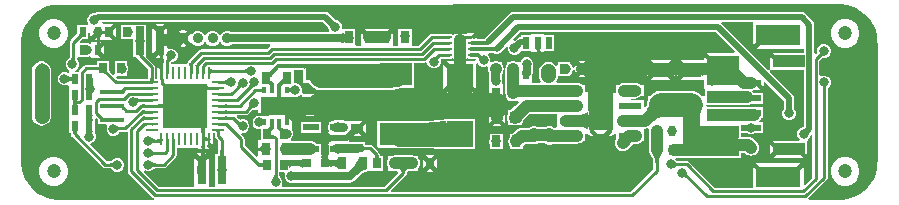
<source format=gtl>
G04*
G04 #@! TF.GenerationSoftware,Altium Limited,Altium Designer,21.6.1 (37)*
G04*
G04 Layer_Physical_Order=1*
G04 Layer_Color=255*
%FSLAX44Y44*%
%MOMM*%
G71*
G04*
G04 #@! TF.SameCoordinates,3F17BC7F-6D44-4E06-9127-94DCD14E2BF1*
G04*
G04*
G04 #@! TF.FilePolarity,Positive*
G04*
G01*
G75*
%ADD10C,0.2500*%
%ADD11C,0.3000*%
%ADD16C,0.4000*%
G04:AMPARAMS|DCode=18|XSize=0.5mm|YSize=0.25mm|CornerRadius=0.05mm|HoleSize=0mm|Usage=FLASHONLY|Rotation=180.000|XOffset=0mm|YOffset=0mm|HoleType=Round|Shape=RoundedRectangle|*
%AMROUNDEDRECTD18*
21,1,0.5000,0.1500,0,0,180.0*
21,1,0.4000,0.2500,0,0,180.0*
1,1,0.1000,-0.2000,0.0750*
1,1,0.1000,0.2000,0.0750*
1,1,0.1000,0.2000,-0.0750*
1,1,0.1000,-0.2000,-0.0750*
%
%ADD18ROUNDEDRECTD18*%
%ADD19R,1.8200X1.3800*%
%ADD20R,0.8000X1.0000*%
%ADD21R,2.0000X0.4000*%
%ADD22R,1.0000X0.8000*%
%ADD23R,0.6000X0.8500*%
%ADD24R,0.7000X0.9000*%
%ADD25R,1.3208X0.5588*%
%ADD26R,1.0800X0.2600*%
%ADD27R,0.2600X1.0800*%
%ADD28R,3.7000X3.7000*%
%ADD29R,2.7940X1.9050*%
%ADD30R,1.9700X0.6000*%
%ADD31R,2.1300X3.0000*%
%ADD32R,0.8000X0.8000*%
%ADD33R,1.8200X1.1500*%
%ADD34R,0.6000X1.0000*%
%ADD35R,0.3000X0.5250*%
%ADD36R,0.8900X0.9300*%
%ADD37R,3.8000X1.8000*%
%ADD38R,2.7000X1.0000*%
%ADD39R,2.3000X2.2000*%
%ADD40R,2.7000X1.0000*%
%ADD41R,1.7000X0.6000*%
G04:AMPARAMS|DCode=42|XSize=0.9mm|YSize=1.6mm|CornerRadius=0.0495mm|HoleSize=0mm|Usage=FLASHONLY|Rotation=180.000|XOffset=0mm|YOffset=0mm|HoleType=Round|Shape=RoundedRectangle|*
%AMROUNDEDRECTD42*
21,1,0.9000,1.5010,0,0,180.0*
21,1,0.8010,1.6000,0,0,180.0*
1,1,0.0990,-0.4005,0.7505*
1,1,0.0990,0.4005,0.7505*
1,1,0.0990,0.4005,-0.7505*
1,1,0.0990,-0.4005,-0.7505*
%
%ADD42ROUNDEDRECTD42*%
%ADD70C,2.0000*%
%ADD71R,2.4500X1.6500*%
%ADD72C,0.5000*%
%ADD73C,1.3000*%
%ADD74C,0.7000*%
%ADD75C,1.0000*%
%ADD76C,0.8000*%
%ADD77C,1.5000*%
%ADD78R,0.8000X1.7800*%
%ADD79R,1.4300X4.0800*%
%ADD80R,3.9400X1.7753*%
%ADD81C,0.9000*%
%ADD82C,1.2000*%
%ADD83C,0.7000*%
%ADD84C,0.8000*%
G36*
X952786Y514154D02*
X954023Y513065D01*
X954195Y512949D01*
X954342Y512865D01*
X954463Y512816D01*
X954560Y512800D01*
X950600Y508840D01*
X950584Y508937D01*
X950535Y509058D01*
X950451Y509205D01*
X950334Y509377D01*
X950184Y509574D01*
X949782Y510044D01*
X948927Y510937D01*
X952463Y514473D01*
X952786Y514154D01*
D02*
G37*
G36*
X948693Y508651D02*
X948836Y508484D01*
X948900Y508400D01*
Y507666D01*
X949685Y505772D01*
X949178Y504502D01*
X866139D01*
X864483Y505187D01*
X862017D01*
X859738Y504244D01*
X857994Y502500D01*
X857687Y501759D01*
X856313D01*
X856006Y502500D01*
X854262Y504244D01*
X851983Y505187D01*
X849517D01*
X847238Y504244D01*
X845494Y502500D01*
X845187Y501759D01*
X843813D01*
X843506Y502500D01*
X841762Y504244D01*
X839483Y505187D01*
X837017D01*
X834738Y504244D01*
X833199Y502705D01*
X832244Y502653D01*
X828578Y498988D01*
X832244Y495322D01*
X833199Y495270D01*
X834738Y493731D01*
X837017Y492788D01*
X839483D01*
X841762Y493731D01*
X843506Y495476D01*
X843813Y496216D01*
X845187D01*
X845494Y495476D01*
X847238Y493731D01*
X849517Y492788D01*
X851983D01*
X854262Y493731D01*
X856006Y495476D01*
X856313Y496216D01*
X857687D01*
X857994Y495476D01*
X859738Y493731D01*
X862017Y492788D01*
X864483D01*
X866762Y493731D01*
X866929Y493898D01*
X899158D01*
X899808Y492721D01*
X899794Y492628D01*
X898894Y492027D01*
X896575Y489708D01*
X853414D01*
X853401Y489710D01*
X841399D01*
X840248Y489481D01*
X839272Y488829D01*
X830323Y479880D01*
X829671Y478905D01*
X829442Y477754D01*
Y477052D01*
X815408D01*
Y478416D01*
X815507Y478491D01*
X815687Y478614D01*
X815836Y478701D01*
X815948Y478755D01*
X816017Y478782D01*
X816037Y478787D01*
X816134Y478799D01*
X816176Y478813D01*
X816834D01*
X818929Y479681D01*
X820532Y481284D01*
X821400Y483379D01*
Y485647D01*
X820532Y487742D01*
X818929Y489345D01*
X816834Y490213D01*
X814566D01*
X813626Y489824D01*
X812570Y490529D01*
Y496460D01*
X812605D01*
Y508712D01*
X807479Y503586D01*
X806065Y505000D01*
X804651Y503586D01*
X799525Y508712D01*
Y497640D01*
X799490D01*
Y485388D01*
X804616Y490514D01*
X807444Y487686D01*
X802319Y482560D01*
X809221D01*
X809898Y481290D01*
X809621Y480876D01*
X809392Y479725D01*
Y477892D01*
X806388D01*
X806459Y477822D01*
X808650D01*
X808667Y475614D01*
X808814Y475467D01*
X805986Y472638D01*
X803560Y475064D01*
Y464803D01*
X802283D01*
X802271Y464878D01*
X802258Y465029D01*
Y474450D01*
X802029Y475601D01*
X801377Y476577D01*
X795470Y482484D01*
X794730Y483400D01*
X794730D01*
X794730Y483400D01*
Y495874D01*
X794748Y495916D01*
Y497300D01*
X794765D01*
Y510700D01*
X773065D01*
Y498300D01*
X782175D01*
X783348Y498184D01*
Y496800D01*
X783330D01*
Y483400D01*
X786331D01*
X786903Y482543D01*
X796242Y473204D01*
Y465029D01*
X796229Y464878D01*
X796218Y464810D01*
X770208D01*
X768989Y466030D01*
X769515Y467300D01*
X778465D01*
Y470004D01*
X778632Y470171D01*
X779500Y472266D01*
Y474534D01*
X778632Y476629D01*
X778465Y476796D01*
Y479700D01*
X768065D01*
Y468750D01*
X766795Y468224D01*
X764301Y470718D01*
X763897Y471153D01*
X763619Y471500D01*
X763465Y471722D01*
Y472552D01*
X763468Y472566D01*
X763465Y472580D01*
Y479700D01*
X753065D01*
Y476533D01*
X752990Y476521D01*
X752838Y476508D01*
X743800D01*
X742649Y476279D01*
X741673Y475627D01*
X737973Y471927D01*
X737321Y470951D01*
X737222Y470450D01*
X734193D01*
X733940Y471720D01*
X735274Y472272D01*
X736877Y473876D01*
X737745Y475971D01*
Y478238D01*
X736877Y480333D01*
X736631Y480579D01*
X736391Y480966D01*
X736251Y481233D01*
X736125Y481509D01*
X736022Y481774D01*
X735940Y482029D01*
X735879Y482273D01*
X735872Y482307D01*
X736485Y483161D01*
X736723Y483400D01*
X745700D01*
Y483400D01*
X746874Y483907D01*
X747904Y483243D01*
Y482560D01*
X756155D01*
X752030Y486686D01*
X754694Y489350D01*
X752030Y492014D01*
X756155Y496140D01*
X747904D01*
Y495152D01*
X746874Y494488D01*
X745700Y495045D01*
Y495300D01*
X738693D01*
X738207Y496473D01*
X739699Y497965D01*
X740135Y498370D01*
X740482Y498648D01*
X740701Y498800D01*
X741523D01*
X741536Y498797D01*
X741551Y498800D01*
X745700D01*
Y503475D01*
X746970Y503643D01*
X747350Y502226D01*
X747904Y501265D01*
Y500788D01*
X752030Y504914D01*
X754858Y502086D01*
X750732Y497960D01*
X757225D01*
Y497460D01*
X766477D01*
X761851Y502086D01*
X764265Y504500D01*
X761851Y506914D01*
X766477Y511540D01*
X757674D01*
X756912Y512810D01*
X757077Y513118D01*
X944226D01*
X948693Y508651D01*
D02*
G37*
G36*
X741546Y500530D02*
X741352Y500673D01*
X741123Y500744D01*
X740859Y500745D01*
X740558Y500674D01*
X740223Y500533D01*
X739851Y500321D01*
X739445Y500038D01*
X739002Y499683D01*
X738010Y498763D01*
X736263Y500550D01*
X736757Y501062D01*
X737533Y501980D01*
X737816Y502386D01*
X738028Y502758D01*
X738169Y503094D01*
X738241Y503394D01*
X738241Y503660D01*
X738171Y503890D01*
X738030Y504086D01*
X741546Y500530D01*
D02*
G37*
G36*
X962131Y494831D02*
X962060Y494996D01*
X961851Y495144D01*
X961500Y495274D01*
X961011Y495387D01*
X960380Y495483D01*
X958700Y495622D01*
X955130Y495700D01*
Y502700D01*
X956460Y502721D01*
X958700Y502886D01*
X959611Y503031D01*
X960380Y503217D01*
X961011Y503445D01*
X961500Y503714D01*
X961851Y504025D01*
X962060Y504376D01*
X962131Y504770D01*
Y494831D01*
D02*
G37*
G36*
X1111973Y492637D02*
X1111654Y492314D01*
X1110565Y491077D01*
X1110449Y490905D01*
X1110365Y490758D01*
X1110316Y490637D01*
X1110300Y490540D01*
X1106340Y494500D01*
X1106437Y494516D01*
X1106558Y494565D01*
X1106705Y494649D01*
X1106877Y494766D01*
X1107074Y494916D01*
X1107544Y495318D01*
X1108437Y496173D01*
X1111973Y492637D01*
D02*
G37*
G36*
X1089433Y488031D02*
X1089333Y488082D01*
X1089138Y488128D01*
X1088849Y488168D01*
X1087990Y488233D01*
X1084200Y488300D01*
Y491300D01*
X1089433Y491569D01*
Y488031D01*
D02*
G37*
G36*
X1128499Y490337D02*
X1128318Y490267D01*
X1128158Y490150D01*
X1128019Y489986D01*
X1127902Y489774D01*
X1127806Y489516D01*
X1127731Y489211D01*
X1127678Y488859D01*
X1127646Y488460D01*
X1127635Y488014D01*
X1125135D01*
X1125125Y488460D01*
X1125093Y488859D01*
X1125040Y489211D01*
X1124965Y489516D01*
X1124869Y489774D01*
X1124752Y489986D01*
X1124613Y490150D01*
X1124453Y490267D01*
X1124272Y490337D01*
X1124070Y490361D01*
X1128701D01*
X1128499Y490337D01*
D02*
G37*
G36*
X1292978Y488066D02*
X1292492Y486893D01*
X1269488D01*
X1275614Y480767D01*
X1273004Y478156D01*
X1273770Y478167D01*
Y468167D01*
X1272058Y468151D01*
X1267012Y467775D01*
X1266201Y467603D01*
X1265570Y467399D01*
X1265120Y467164D01*
X1264850Y466898D01*
X1264760Y466600D01*
Y478040D01*
X1272574Y478150D01*
X1266660Y484064D01*
Y480610D01*
X1246879D01*
X1253754Y473734D01*
X1252340Y472320D01*
X1253754Y470906D01*
X1246879Y464030D01*
X1266660D01*
Y456813D01*
X1266660D01*
X1267500Y456053D01*
Y450698D01*
X1266490Y450070D01*
X1264647D01*
X1263961Y450965D01*
X1261517Y452840D01*
X1258671Y454019D01*
X1255616Y454421D01*
X1230290D01*
X1227236Y454019D01*
X1224389Y452840D01*
X1221945Y450965D01*
X1221259Y450070D01*
X1219490D01*
Y447120D01*
X1218891Y445674D01*
X1218725Y444413D01*
X1218680Y444303D01*
X1218507Y443402D01*
X1218251Y442543D01*
X1217889Y441634D01*
X1217525Y440894D01*
X1216963Y440651D01*
X1215900Y440595D01*
X1215670Y440787D01*
Y446660D01*
X1205879D01*
X1205441Y447930D01*
X1205584Y448042D01*
X1208800D01*
X1210549Y448273D01*
X1212179Y448948D01*
X1213498Y449960D01*
X1215670D01*
Y459360D01*
X1213746D01*
X1213578Y459579D01*
X1212179Y460652D01*
X1210549Y461328D01*
X1208800Y461558D01*
X1199400D01*
X1197651Y461328D01*
X1196021Y460652D01*
X1194622Y459579D01*
X1194454Y459360D01*
X1192570D01*
Y454416D01*
X1192560Y453150D01*
X1190732Y453150D01*
X1190719Y453182D01*
X1189813Y454087D01*
X1189989Y450579D01*
X1186839D01*
X1185456Y449196D01*
X1184072Y450579D01*
X1174668D01*
X1173284Y449196D01*
X1171900Y450579D01*
X1168751D01*
X1168817Y450757D01*
X1168876Y451288D01*
X1168974Y453413D01*
X1168980Y454141D01*
X1168194Y453354D01*
X1167012Y453425D01*
X1166835Y453468D01*
X1166226Y454420D01*
X1166258Y454660D01*
X1166170Y455327D01*
Y459360D01*
X1164339D01*
X1164278Y459439D01*
X1162879Y460512D01*
X1161249Y461188D01*
X1159500Y461418D01*
X1142129D01*
X1141502Y462688D01*
X1142363Y463809D01*
X1143189Y465804D01*
X1143342Y466970D01*
X1153470D01*
Y468242D01*
X1153533Y468268D01*
X1155137Y469871D01*
X1156004Y471966D01*
X1157230Y471859D01*
Y468958D01*
X1161442Y473170D01*
X1160413Y474199D01*
X1159800Y473104D01*
X1159888Y473352D01*
X1159897Y473643D01*
X1159828Y473978D01*
X1159680Y474355D01*
X1159454Y474776D01*
X1159150Y475239D01*
X1158767Y475746D01*
X1158071Y476541D01*
X1157230Y477382D01*
Y474341D01*
X1156004Y474234D01*
X1155137Y476329D01*
X1153533Y477932D01*
X1153470Y477958D01*
Y479370D01*
X1143070D01*
Y476300D01*
X1141800Y475869D01*
X1141048Y476848D01*
X1139335Y478163D01*
X1137341Y478989D01*
X1135200Y479271D01*
X1133059Y478989D01*
X1131065Y478163D01*
X1129352Y476848D01*
X1128037Y475135D01*
X1127211Y473141D01*
X1126929Y471000D01*
Y467944D01*
X1127211Y465804D01*
X1128037Y463809D01*
X1128898Y462688D01*
X1128271Y461418D01*
X1121412D01*
X1121200Y462600D01*
X1121200D01*
Y466925D01*
X1121498Y467371D01*
X1121902Y469400D01*
Y475064D01*
X1122400Y476266D01*
Y478534D01*
X1121532Y480629D01*
X1119929Y482232D01*
X1117834Y483100D01*
X1115566D01*
X1113471Y482232D01*
X1111868Y480629D01*
X1111648Y480099D01*
X1110680Y479370D01*
X1108020D01*
X1107229Y479697D01*
X1105480Y479928D01*
X1103731Y479697D01*
X1102940Y479370D01*
X1100280D01*
Y477399D01*
X1099628Y476549D01*
X1098952Y474919D01*
X1098722Y473170D01*
Y452503D01*
X1098952Y450754D01*
X1099628Y449124D01*
X1100280Y448274D01*
Y447511D01*
X1099010Y446461D01*
X1098790Y446502D01*
X1098717Y446628D01*
X1092844Y440756D01*
X1090016Y443584D01*
X1096520Y450088D01*
Y459543D01*
X1096471D01*
X1095622Y460813D01*
X1096100Y461966D01*
Y464234D01*
X1095702Y465195D01*
Y466826D01*
X1095794Y468495D01*
X1095843Y468919D01*
X1095891Y469199D01*
X1095898Y469225D01*
X1096332Y469791D01*
X1097008Y471421D01*
X1097238Y473170D01*
X1097008Y474919D01*
X1096332Y476549D01*
X1095680Y477399D01*
Y479370D01*
X1093020D01*
X1092229Y479697D01*
X1090480Y479928D01*
X1088731Y479697D01*
X1087940Y479370D01*
X1086273D01*
X1086075Y479666D01*
Y481934D01*
X1085208Y484029D01*
X1083969Y485267D01*
X1084485Y486537D01*
X1085843D01*
X1087910Y486501D01*
X1088663Y486444D01*
X1089561Y485844D01*
X1091200Y485518D01*
X1092839Y485844D01*
X1094228Y486772D01*
X1099427Y491971D01*
X1099772Y491871D01*
X1100600Y491348D01*
Y489366D01*
X1101468Y487271D01*
X1103071Y485668D01*
X1105166Y484800D01*
X1107434D01*
X1109529Y485668D01*
X1111132Y487271D01*
X1111231Y487510D01*
X1111800Y488600D01*
Y488600D01*
X1111800Y488600D01*
X1120460D01*
Y487760D01*
X1131540D01*
Y488600D01*
X1140200D01*
Y502000D01*
X1131540D01*
Y502840D01*
X1120460D01*
Y502000D01*
X1111800D01*
Y499882D01*
X1111400D01*
X1109761Y499556D01*
X1108372Y498628D01*
X1106540Y496796D01*
X1106058Y496806D01*
X1105543Y498087D01*
X1111574Y504118D01*
X1276926D01*
X1292978Y488066D01*
D02*
G37*
G36*
X809662Y485106D02*
X809450Y485031D01*
X809262Y484906D01*
X809100Y484730D01*
X808962Y484506D01*
X808850Y484230D01*
X808763Y483905D01*
X808700Y483531D01*
X808662Y483106D01*
X808650Y482631D01*
X806150D01*
X806137Y483106D01*
X806100Y483531D01*
X806038Y483905D01*
X805950Y484230D01*
X805837Y484506D01*
X805700Y484730D01*
X805537Y484906D01*
X805350Y485031D01*
X805137Y485106D01*
X804900Y485131D01*
X809900D01*
X809662Y485106D01*
D02*
G37*
G36*
X1387643Y527188D02*
X1391752Y526087D01*
X1395681Y524460D01*
X1399365Y522333D01*
X1402740Y519744D01*
X1405748Y516737D01*
X1408337Y513363D01*
X1410464Y509680D01*
X1412093Y505751D01*
X1413194Y501643D01*
X1413751Y497426D01*
X1413751Y495299D01*
X1413848Y494814D01*
X1413898Y494560D01*
Y395280D01*
X1413836Y394967D01*
X1413743Y394498D01*
X1413743Y392372D01*
X1413188Y388155D01*
X1412087Y384046D01*
X1410460Y380117D01*
X1408333Y376433D01*
X1405744Y373059D01*
X1402737Y370051D01*
X1399363Y367461D01*
X1395680Y365334D01*
X1391751Y363705D01*
X1387643Y362604D01*
X1383482Y362055D01*
X1381412Y362146D01*
X1381356Y362138D01*
X1381300Y362149D01*
X1355762Y362149D01*
X1355273Y363419D01*
X1370662Y378808D01*
X1371314Y379784D01*
X1371543Y380935D01*
Y456876D01*
X1371764Y456968D01*
X1373367Y458571D01*
X1374235Y460666D01*
Y462934D01*
X1373367Y465029D01*
X1371764Y466632D01*
X1369669Y467500D01*
X1367401D01*
X1365863Y466863D01*
X1364593Y467578D01*
Y480239D01*
X1366945Y482592D01*
X1367166Y482500D01*
X1369434D01*
X1371529Y483368D01*
X1373132Y484971D01*
X1374000Y487066D01*
Y489334D01*
X1373132Y491429D01*
X1371529Y493032D01*
X1369434Y493900D01*
X1367166D01*
X1365071Y493032D01*
X1363468Y491429D01*
X1362600Y489334D01*
Y487066D01*
X1362692Y486845D01*
X1361591Y485744D01*
X1360417Y486230D01*
Y510665D01*
X1360091Y512304D01*
X1359163Y513693D01*
X1352728Y520128D01*
X1351339Y521056D01*
X1349700Y521382D01*
X1105400D01*
X1103761Y521056D01*
X1102372Y520128D01*
X1080772Y498528D01*
X1080461Y498063D01*
X1075504D01*
X1074698Y499044D01*
X1074700Y499050D01*
Y500550D01*
X1074655Y500776D01*
X1072264Y498386D01*
X1069436Y501214D01*
X1071826Y503605D01*
X1071600Y503650D01*
X1067600D01*
X1066414Y503414D01*
X1065408Y502742D01*
X1065336Y502633D01*
X1065289Y502664D01*
X1064105Y502900D01*
X1056095D01*
X1054911Y502664D01*
X1054154Y502158D01*
X1053458Y502622D01*
X1052600Y502793D01*
X1050674D01*
X1050600Y502808D01*
X1036192D01*
X1035041Y502579D01*
X1034065Y501927D01*
X1025046Y492908D01*
X1020790D01*
X1019600Y493100D01*
X1019600Y494178D01*
Y506500D01*
X1008200D01*
Y502075D01*
X1008100Y501834D01*
Y499566D01*
X1008200Y499325D01*
X1008200Y493100D01*
X1007010Y492908D01*
X1003440D01*
Y504511D01*
X998314Y499386D01*
X995486Y502214D01*
X1000612Y507340D01*
X990360D01*
Y507340D01*
X989640D01*
Y507340D01*
X979389D01*
X984514Y502214D01*
X981686Y499386D01*
X976560Y504512D01*
Y500661D01*
Y492908D01*
X972990D01*
X971800Y493100D01*
X971800Y494178D01*
Y506500D01*
X962145D01*
X962131Y506503D01*
X962116Y506500D01*
X961192D01*
X960306Y507659D01*
X960300Y507729D01*
Y509934D01*
X959432Y512029D01*
X957829Y513632D01*
X955734Y514500D01*
X955016D01*
X954514Y514942D01*
X949028Y520428D01*
X947639Y521356D01*
X946000Y521682D01*
X754112D01*
X752473Y521356D01*
X751084Y520428D01*
X751056Y520400D01*
X749466D01*
X747371Y519532D01*
X745768Y517929D01*
X744900Y515834D01*
Y513566D01*
X745561Y511970D01*
X744928Y510790D01*
X744817Y510700D01*
X736300D01*
Y504109D01*
X736297Y504096D01*
X736300Y504081D01*
Y503242D01*
X736157Y503037D01*
X735573Y502347D01*
X730692Y497465D01*
X730040Y496489D01*
X729811Y495338D01*
Y483178D01*
X729797Y483083D01*
X729756Y482919D01*
X729700Y482768D01*
X729629Y482626D01*
X729539Y482486D01*
X729426Y482344D01*
X729284Y482198D01*
X729129Y482066D01*
X728816Y481937D01*
X727213Y480333D01*
X726345Y478238D01*
Y475971D01*
X727213Y473876D01*
X728816Y472272D01*
X729074Y472165D01*
X729453Y470634D01*
X729300Y470450D01*
Y470450D01*
X728030Y469880D01*
X726534Y470500D01*
X724266D01*
X722171Y469632D01*
X720568Y468029D01*
X719700Y465934D01*
Y463666D01*
X720568Y461571D01*
X722171Y459968D01*
X724266Y459100D01*
X726534D01*
X728030Y459720D01*
X728457Y459471D01*
X729300Y458550D01*
Y457283D01*
X729300D01*
Y445383D01*
X729300D01*
Y444117D01*
X729300D01*
X729300Y444113D01*
Y432217D01*
X729300D01*
Y430950D01*
X729300D01*
Y419050D01*
X730967D01*
X730979Y418975D01*
X730992Y418823D01*
Y417700D01*
X731221Y416549D01*
X731873Y415573D01*
X757673Y389773D01*
X757673Y389773D01*
X758649Y389121D01*
X759800Y388892D01*
X759800Y388892D01*
X764218D01*
X764317Y388879D01*
X764518Y388835D01*
X764717Y388772D01*
X764919Y388688D01*
X765125Y388582D01*
X765336Y388451D01*
X765554Y388293D01*
X765777Y388105D01*
X766043Y387849D01*
X766172Y387767D01*
X766871Y387068D01*
X768966Y386200D01*
X771234D01*
X773329Y387068D01*
X774932Y388671D01*
X775800Y390766D01*
Y393034D01*
X774932Y395129D01*
X773329Y396732D01*
X771234Y397600D01*
X768966D01*
X766871Y396732D01*
X766172Y396033D01*
X766043Y395951D01*
X765777Y395695D01*
X765554Y395507D01*
X765336Y395349D01*
X765125Y395218D01*
X764919Y395112D01*
X764717Y395028D01*
X764518Y394965D01*
X764317Y394921D01*
X764218Y394908D01*
X761046D01*
X747077Y408877D01*
X747563Y410050D01*
X747578D01*
X749673Y410918D01*
X751276Y412521D01*
X752144Y414616D01*
Y416884D01*
X751276Y418979D01*
X751144Y419111D01*
Y420766D01*
X751147Y420780D01*
X751144Y420795D01*
Y429205D01*
X751147Y429220D01*
X751144Y429234D01*
Y430906D01*
X752073Y431773D01*
X753392Y430454D01*
X753810Y430006D01*
X754102Y429644D01*
X754200Y429506D01*
Y426102D01*
X760980D01*
X761661Y424832D01*
X761000Y423236D01*
Y420969D01*
X761868Y418874D01*
X763471Y417270D01*
X765566Y416403D01*
X767834D01*
X769929Y417270D01*
X771532Y418874D01*
X771669Y419204D01*
X771808Y419370D01*
X771951Y419510D01*
X772091Y419623D01*
X772229Y419712D01*
X772370Y419782D01*
X772519Y419837D01*
X772682Y419879D01*
X772777Y419892D01*
X776868D01*
X777722Y420062D01*
X778992Y419360D01*
Y386400D01*
X779221Y385249D01*
X779873Y384273D01*
X800073Y364073D01*
X801049Y363421D01*
X800875Y362161D01*
X721400Y362163D01*
X719273D01*
X715057Y362718D01*
X710948Y363818D01*
X707018Y365446D01*
X703335Y367572D01*
X699960Y370161D01*
X696952Y373168D01*
X694363Y376542D01*
X692235Y380225D01*
X690607Y384154D01*
X689505Y388263D01*
X688949Y392480D01*
X688949Y394606D01*
X688957Y495201D01*
X688957Y495202D01*
X688957Y495202D01*
Y497328D01*
X689512Y501545D01*
X690613Y505654D01*
X692240Y509583D01*
X694367Y513267D01*
X696956Y516642D01*
X699963Y519649D01*
X703337Y522239D01*
X707020Y524366D01*
X710949Y525995D01*
X715057Y527096D01*
X719274Y527652D01*
X721401Y527653D01*
X1381300Y527743D01*
X1383427Y527743D01*
X1387643Y527188D01*
D02*
G37*
G36*
X1066742Y481978D02*
X1067600Y481807D01*
X1068320D01*
X1068351Y481786D01*
X1069600Y481537D01*
X1073393D01*
X1073429Y481480D01*
X1073428Y481452D01*
X1072721Y480210D01*
X1048898D01*
X1061024Y468084D01*
X1059610Y466670D01*
X1060110Y466170D01*
X1062024Y468084D01*
X1074150Y455959D01*
Y477616D01*
X1075420Y477869D01*
X1075543Y477571D01*
X1077147Y475968D01*
X1079242Y475100D01*
X1081509D01*
X1082833Y475648D01*
X1083527Y475108D01*
X1083854Y474697D01*
X1083642Y473090D01*
X1083873Y471341D01*
X1084548Y469711D01*
X1084822Y469353D01*
X1085098Y465213D01*
Y465195D01*
X1084700Y464234D01*
Y461966D01*
X1085178Y460813D01*
X1084440Y459543D01*
X1084440D01*
Y449397D01*
X1083267Y448911D01*
X1083144Y449034D01*
X1081196Y450158D01*
X1079024Y450740D01*
X1076776D01*
X1074604Y450158D01*
X1072656Y449034D01*
X1071889Y448266D01*
X1071050Y447459D01*
X1070211Y448266D01*
X1069444Y449034D01*
X1067496Y450158D01*
X1065324Y450740D01*
X1063076D01*
X1060904Y450158D01*
X1059742Y449487D01*
X1065614Y443614D01*
X1064200Y442200D01*
X1065614Y440786D01*
X1059742Y434913D01*
X1060904Y434242D01*
X1063076Y433660D01*
X1065324D01*
X1067496Y434242D01*
X1069444Y435366D01*
X1070211Y436134D01*
X1071050Y436941D01*
X1071889Y436134D01*
X1072656Y435366D01*
X1074604Y434242D01*
X1076776Y433660D01*
X1079024D01*
X1081196Y434242D01*
X1083144Y435366D01*
X1083267Y435489D01*
X1084418Y435013D01*
X1084045Y435427D01*
X1098420D01*
Y437197D01*
X1099388Y438874D01*
X1099970Y441046D01*
Y443294D01*
X1099388Y445466D01*
X1100371Y446303D01*
X1102940D01*
X1103731Y445976D01*
X1105480Y445746D01*
X1107229Y445976D01*
X1108020Y446303D01*
X1109794D01*
X1110320Y445033D01*
X1109498Y444212D01*
X1106508Y441362D01*
X1104576Y439732D01*
X1103805Y439157D01*
X1103157Y438730D01*
X1102671Y438465D01*
X1102400Y438360D01*
X1102256Y438337D01*
X1100680D01*
Y436655D01*
X1100678Y436645D01*
X1100680Y436631D01*
Y434647D01*
X1100303Y433736D01*
X1100072Y431987D01*
X1100303Y430238D01*
X1100680Y429326D01*
Y425637D01*
X1104652D01*
X1105081Y425459D01*
X1106830Y425229D01*
X1108579Y425459D01*
X1109008Y425637D01*
X1111200D01*
X1111211Y425634D01*
X1111225Y425637D01*
X1112980D01*
Y427212D01*
X1113003Y427357D01*
X1113108Y427627D01*
X1113373Y428114D01*
X1113764Y428708D01*
X1118146Y433745D01*
X1119667Y435267D01*
X1141153D01*
X1142230Y434800D01*
X1142230Y433997D01*
X1142230Y423720D01*
X1141127Y423318D01*
X1140011D01*
X1138872Y423975D01*
X1136914Y424500D01*
X1134886D01*
X1132928Y423975D01*
X1132205Y423558D01*
X1126668D01*
X1125772Y424075D01*
X1123814Y424600D01*
X1121786D01*
X1119828Y424075D01*
X1118516Y423318D01*
X1112870D01*
X1111121Y423088D01*
X1109491Y422412D01*
X1108092Y421339D01*
X1105123Y418370D01*
X1102280D01*
Y415247D01*
X1102128Y415049D01*
X1101452Y413419D01*
X1101222Y411670D01*
X1101452Y409921D01*
X1102128Y408291D01*
X1102280Y408092D01*
Y404970D01*
X1107541D01*
X1107980Y404912D01*
X1108419Y404970D01*
X1113680D01*
Y407813D01*
X1115669Y409802D01*
X1119694D01*
X1119828Y409725D01*
X1121786Y409200D01*
X1123814D01*
X1125772Y409725D01*
X1126322Y410042D01*
X1132205D01*
X1132928Y409625D01*
X1134886Y409100D01*
X1136914D01*
X1138872Y409625D01*
X1139179Y409802D01*
X1159400D01*
X1161149Y410033D01*
X1162779Y410708D01*
X1164178Y411782D01*
X1164239Y411860D01*
X1166170D01*
Y416804D01*
X1166180Y418070D01*
X1168008Y418070D01*
X1168021Y418038D01*
X1169298Y416761D01*
X1170967Y416070D01*
X1172773D01*
X1173345Y416307D01*
X1170456Y419196D01*
X1173284Y422024D01*
X1177238Y418070D01*
X1181501D01*
X1185456Y422024D01*
X1188284Y419196D01*
X1185395Y416307D01*
X1185967Y416070D01*
X1187773D01*
X1189442Y416761D01*
X1190719Y418038D01*
X1190732Y418070D01*
X1192560D01*
X1192570Y416804D01*
Y414403D01*
X1192038Y413709D01*
X1191363Y412079D01*
X1191132Y410330D01*
X1191363Y408581D01*
X1192038Y406951D01*
X1193112Y405552D01*
X1194511Y404478D01*
X1196141Y403802D01*
X1197890Y403572D01*
X1199639Y403802D01*
X1201269Y404478D01*
X1202669Y405552D01*
X1206559Y409442D01*
X1208900D01*
X1210649Y409673D01*
X1212279Y410348D01*
X1213679Y411422D01*
X1214015Y411860D01*
X1215670D01*
Y421260D01*
X1215670D01*
X1215737Y422502D01*
X1216930D01*
X1218679Y422733D01*
X1219447Y423051D01*
X1219878Y422820D01*
X1220530Y422124D01*
X1220342Y420700D01*
Y414700D01*
Y404400D01*
X1220573Y402651D01*
X1221248Y401021D01*
X1222321Y399622D01*
X1222380Y399577D01*
X1222400Y399552D01*
Y398450D01*
X1223030D01*
X1223104Y398278D01*
X1223355Y397494D01*
X1223579Y396548D01*
X1223762Y395482D01*
X1224092Y391248D01*
Y388346D01*
X1204954Y369208D01*
X1002121D01*
X1001635Y370381D01*
X1014527Y383273D01*
X1015179Y384249D01*
X1015362Y385170D01*
X1015372Y385200D01*
X1015377Y385245D01*
X1015396Y385344D01*
X1015401Y385360D01*
X1015481Y385557D01*
X1015598Y385797D01*
X1015954Y386342D01*
X1019900D01*
X1021649Y386572D01*
X1022440Y386900D01*
X1025100D01*
Y388871D01*
X1025752Y389721D01*
X1026428Y391351D01*
X1026658Y393100D01*
X1026428Y394849D01*
X1025752Y396479D01*
X1025100Y397329D01*
Y399300D01*
X1022440D01*
X1021649Y399627D01*
X1019900Y399858D01*
X1004900D01*
X1003151Y399627D01*
X1002360Y399300D01*
X999700D01*
Y397329D01*
X999047Y396479D01*
X998372Y394849D01*
X998142Y393100D01*
X998372Y391351D01*
X999047Y389721D01*
X999700Y388871D01*
Y386900D01*
X1002360D01*
X1003151Y386572D01*
X1004900Y386342D01*
X1007292D01*
X1007819Y385072D01*
X996154Y373408D01*
X909878D01*
X909163Y374678D01*
X909800Y376216D01*
Y378484D01*
X908932Y380579D01*
X908233Y381278D01*
X908151Y381407D01*
X907895Y381673D01*
X907707Y381896D01*
X907549Y382114D01*
X907418Y382325D01*
X907312Y382531D01*
X907228Y382733D01*
X907165Y382933D01*
X907121Y383133D01*
X907108Y383232D01*
Y385600D01*
X911403D01*
X912252Y384330D01*
X911796Y383231D01*
Y380964D01*
X912664Y378869D01*
X914268Y377265D01*
X916363Y376398D01*
X918630D01*
X919591Y376796D01*
X966797D01*
X968826Y377199D01*
X970546Y378349D01*
X975210Y383012D01*
X975896Y383642D01*
X976747Y384313D01*
X977581Y384894D01*
X978379Y385375D01*
X979138Y385757D01*
X979856Y386045D01*
X980533Y386243D01*
X981169Y386357D01*
X981869Y386400D01*
X983500D01*
Y386731D01*
X984700Y386900D01*
Y386900D01*
X995100D01*
Y399300D01*
X993737D01*
X992908Y400171D01*
X992679Y401322D01*
X992027Y402298D01*
X986398Y407926D01*
X985422Y408578D01*
X984271Y408807D01*
X983353D01*
X981830Y408847D01*
X979812Y409035D01*
X979600Y409069D01*
Y411500D01*
X973461D01*
X972900Y411611D01*
X966528D01*
Y414514D01*
X964395Y417830D01*
X965433Y418903D01*
X967054Y420805D01*
X967638Y421634D01*
X968070Y422382D01*
X968351Y423048D01*
X968481Y423633D01*
X968459Y424137D01*
X968286Y424560D01*
X967961Y424901D01*
X972552Y421452D01*
X973900Y422800D01*
X972486Y424214D01*
X977612Y429340D01*
X965360D01*
Y429340D01*
X964090Y428856D01*
X963621Y429169D01*
X961397Y429612D01*
X961397Y429612D01*
X954300D01*
X952076Y429169D01*
X950613Y428192D01*
X949080D01*
Y426247D01*
X948931Y426024D01*
X948488Y423800D01*
X948931Y421576D01*
X949080Y421353D01*
Y419634D01*
X948626D01*
X948656Y419544D01*
X949006Y418894D01*
X949456Y418344D01*
X950006Y417894D01*
X950656Y417544D01*
X951406Y417294D01*
X952256Y417144D01*
X953206Y417094D01*
Y412094D01*
X952256Y412044D01*
X951406Y411894D01*
X950810Y411696D01*
Y411536D01*
X950760Y411642D01*
X950723Y411666D01*
X950656Y411644D01*
X950006Y411294D01*
X949456Y410844D01*
X949006Y410294D01*
X948656Y409644D01*
X948430Y408966D01*
X949080D01*
Y400408D01*
X948340Y400045D01*
X948365Y399770D01*
X948488Y399119D01*
X948647Y398569D01*
X948841Y398120D01*
X949070Y397770D01*
X949335Y397520D01*
X949634Y397369D01*
X949969Y397320D01*
X942030D01*
X942254Y397369D01*
X942454Y397520D01*
X942630Y397770D01*
X942783Y398120D01*
X942912Y398569D01*
X943018Y399119D01*
X943100Y399770D01*
X943115Y400018D01*
X942320Y400408D01*
Y409396D01*
X938625D01*
X938178Y409978D01*
X936779Y411052D01*
X935149Y411727D01*
X933400Y411958D01*
X918079D01*
X916868Y412100D01*
Y413707D01*
X918232Y415071D01*
X919100Y417166D01*
Y419434D01*
X918232Y421529D01*
X917952Y421809D01*
X917790Y423013D01*
X917790D01*
Y429184D01*
X915291Y431683D01*
X915289Y431663D01*
X915250Y430583D01*
X912250D01*
X912235Y431157D01*
X912190Y431671D01*
X912115Y432125D01*
X912010Y432519D01*
X911875Y432852D01*
X911710Y433125D01*
X911515Y433337D01*
X911290Y433490D01*
X911035Y433582D01*
X910750Y433614D01*
X913375Y433599D01*
X906586Y440388D01*
X909414Y443217D01*
X918790Y433841D01*
Y448881D01*
X919566Y449400D01*
X921834D01*
X923929Y450268D01*
X925280Y451619D01*
X926456Y451289D01*
X926550Y451230D01*
X926550Y451201D01*
X926550Y451201D01*
X926550Y451199D01*
Y436203D01*
X934576Y444229D01*
X937404Y441401D01*
X929379Y433375D01*
X947002D01*
X938976Y441401D01*
X940390Y442815D01*
X938976Y444229D01*
X947002Y452255D01*
X927066Y452255D01*
X926148Y453359D01*
X926400Y453966D01*
Y456234D01*
X925532Y458329D01*
X923929Y459932D01*
X921834Y460800D01*
X919940D01*
Y472237D01*
X926783D01*
X926991Y472219D01*
X927296Y472169D01*
X927390Y472144D01*
Y461595D01*
X931992D01*
X932280Y460900D01*
X934156Y458456D01*
X936600Y456580D01*
X939446Y455401D01*
X942500Y454999D01*
X957384D01*
X958092Y455092D01*
X958800Y454999D01*
X1000847D01*
X1003902Y455401D01*
X1005810Y456191D01*
X1006793D01*
X1009847Y456594D01*
X1011413Y457243D01*
X1021680D01*
Y478492D01*
X1029771D01*
X1030922Y478721D01*
X1031130Y478860D01*
X1032400Y478181D01*
Y478066D01*
X1033268Y475971D01*
X1034871Y474368D01*
X1036966Y473500D01*
X1039234D01*
X1041329Y474368D01*
X1042932Y475971D01*
X1043800Y478066D01*
Y480334D01*
X1043731Y480499D01*
X1043728Y480589D01*
X1043739Y480810D01*
X1043768Y481009D01*
X1043812Y481189D01*
X1043871Y481355D01*
X1043946Y481513D01*
X1044039Y481666D01*
X1044097Y481744D01*
X1044146Y481792D01*
X1050600D01*
X1050674Y481807D01*
X1052600D01*
X1053458Y481978D01*
X1054154Y482442D01*
X1054911Y481936D01*
X1056095Y481701D01*
X1064105D01*
X1065289Y481936D01*
X1066047Y482442D01*
X1066742Y481978D01*
D02*
G37*
G36*
X1043068Y483200D02*
X1042818Y482927D01*
X1042602Y482639D01*
X1042418Y482336D01*
X1042267Y482019D01*
X1042149Y481686D01*
X1042064Y481340D01*
X1042012Y480978D01*
X1041993Y480602D01*
X1042007Y480211D01*
X1042054Y479805D01*
X1037574Y483165D01*
X1038008Y483234D01*
X1038817Y483427D01*
X1039192Y483552D01*
X1039548Y483696D01*
X1039884Y483859D01*
X1040201Y484041D01*
X1040498Y484242D01*
X1040775Y484462D01*
X1041033Y484701D01*
X1043068Y483200D01*
D02*
G37*
G36*
X734069Y482955D02*
X734081Y482608D01*
X734119Y482259D01*
X734183Y481907D01*
X734273Y481552D01*
X734388Y481194D01*
X734528Y480834D01*
X734694Y480471D01*
X734885Y480105D01*
X735344Y479366D01*
X729850Y480449D01*
X730177Y480682D01*
X730469Y480931D01*
X730726Y481195D01*
X730950Y481474D01*
X731139Y481769D01*
X731294Y482080D01*
X731414Y482406D01*
X731500Y482747D01*
X731551Y483104D01*
X731569Y483476D01*
X734069Y482955D01*
D02*
G37*
G36*
X815917Y480519D02*
X815709Y480493D01*
X815490Y480435D01*
X815259Y480348D01*
X815016Y480229D01*
X814762Y480080D01*
X814496Y479901D01*
X814219Y479690D01*
X813630Y479177D01*
X813318Y478875D01*
X811516Y480609D01*
X811724Y480831D01*
X811900Y481050D01*
X812044Y481265D01*
X812155Y481477D01*
X812235Y481685D01*
X812282Y481890D01*
X812297Y482091D01*
X812280Y482288D01*
X812230Y482482D01*
X812149Y482672D01*
X815917Y480519D01*
D02*
G37*
G36*
X1308160Y493141D02*
X1318286Y503267D01*
X1321114Y500438D01*
X1310988Y490312D01*
X1351240D01*
X1351853Y489296D01*
Y486960D01*
X1325224D01*
X1331349Y480834D01*
X1328521Y478006D01*
X1322395Y484132D01*
Y472557D01*
X1321125Y472031D01*
X1281728Y511428D01*
X1281549Y511548D01*
X1281934Y512818D01*
X1308160D01*
Y493141D01*
D02*
G37*
G36*
X838670Y475322D02*
X836131D01*
X836144Y475337D01*
X836155Y475382D01*
X836166Y475456D01*
X836175Y475561D01*
X836197Y476277D01*
X836200Y476814D01*
X838700D01*
X838670Y475322D01*
D02*
G37*
G36*
X833670D02*
X831130D01*
X831144Y475346D01*
X831155Y475419D01*
X831166Y475541D01*
X831194Y476514D01*
X831200Y477754D01*
X833700D01*
X833670Y475322D01*
D02*
G37*
G36*
X813670D02*
X811131D01*
X811134Y475347D01*
X811137Y475422D01*
X811150Y477822D01*
X813650D01*
X813670Y475322D01*
D02*
G37*
G36*
X929151Y472500D02*
X929119Y472785D01*
X929026Y473040D01*
X928874Y473265D01*
X928661Y473460D01*
X928388Y473625D01*
X928055Y473760D01*
X927662Y473865D01*
X927208Y473940D01*
X926694Y473985D01*
X926121Y474000D01*
Y477000D01*
X929120Y477065D01*
X929151Y472500D01*
D02*
G37*
G36*
X754826Y471000D02*
X754801Y471237D01*
X754725Y471450D01*
X754598Y471637D01*
X754421Y471800D01*
X754193Y471937D01*
X753915Y472050D01*
X753586Y472137D01*
X753206Y472200D01*
X752776Y472238D01*
X752296Y472250D01*
Y474750D01*
X752776Y474763D01*
X753206Y474800D01*
X753586Y474863D01*
X753915Y474950D01*
X754193Y475062D01*
X754421Y475200D01*
X754598Y475363D01*
X754725Y475550D01*
X754801Y475762D01*
X754826Y476000D01*
Y471000D01*
D02*
G37*
G36*
X903551Y470530D02*
X902798Y469755D01*
X901113Y467757D01*
X900743Y467200D01*
X900470Y466696D01*
X900293Y466247D01*
X900212Y465853D01*
X900228Y465513D01*
X900339Y465227D01*
X897127Y470439D01*
X897313Y470228D01*
X897552Y470111D01*
X897843Y470089D01*
X898188Y470162D01*
X898586Y470330D01*
X899037Y470593D01*
X899541Y470950D01*
X900097Y471402D01*
X901369Y472591D01*
X903551Y470530D01*
D02*
G37*
G36*
X848664Y473615D02*
X848740Y473402D01*
X848867Y473215D01*
X849044Y473052D01*
X849272Y472915D01*
X849550Y472803D01*
X849879Y472715D01*
X850258Y472653D01*
X850689Y472615D01*
X851170Y472603D01*
Y470103D01*
X850689Y470090D01*
X850258Y470052D01*
X849879Y469990D01*
X849550Y469902D01*
X849272Y469790D01*
X849044Y469652D01*
X848867Y469490D01*
X848740Y469302D01*
X848664Y469090D01*
X848639Y468853D01*
Y473853D01*
X848664Y473615D01*
D02*
G37*
G36*
X880842Y468552D02*
X880535Y468846D01*
X880222Y469110D01*
X879903Y469343D01*
X879578Y469544D01*
X879247Y469715D01*
X878910Y469854D01*
X878566Y469963D01*
X878217Y470041D01*
X877861Y470087D01*
X877499Y470103D01*
X877501Y472603D01*
X877863Y472618D01*
X878218Y472664D01*
X878568Y472742D01*
X878912Y472850D01*
X879249Y472990D01*
X879580Y473160D01*
X879906Y473362D01*
X880225Y473594D01*
X880538Y473857D01*
X880845Y474152D01*
X880842Y468552D01*
D02*
G37*
G36*
X761593Y472372D02*
X761522Y472142D01*
Y471877D01*
X761593Y471576D01*
X761734Y471240D01*
X761947Y470869D01*
X762230Y470462D01*
X762583Y470020D01*
X763502Y469030D01*
X761734Y467263D01*
X761222Y467758D01*
X760303Y468536D01*
X759896Y468818D01*
X759525Y469030D01*
X759189Y469172D01*
X758888Y469243D01*
X758623D01*
X758393Y469172D01*
X758199Y469030D01*
X761734Y472566D01*
X761593Y472372D01*
D02*
G37*
G36*
X1094275Y469863D02*
X1094196Y469571D01*
X1094127Y469164D01*
X1094066Y468642D01*
X1093942Y466387D01*
X1093900Y463100D01*
X1086900D01*
X1086895Y464310D01*
X1086525Y469863D01*
X1086438Y470041D01*
X1094362D01*
X1094275Y469863D01*
D02*
G37*
G36*
X800512Y465091D02*
X800550Y464661D01*
X800612Y464282D01*
X800700Y463952D01*
X800813Y463674D01*
X800950Y463446D01*
X801113Y463269D01*
X801300Y463143D01*
X801513Y463067D01*
X801750Y463041D01*
X796750D01*
X796988Y463067D01*
X797200Y463143D01*
X797387Y463269D01*
X797550Y463446D01*
X797688Y463674D01*
X797800Y463952D01*
X797887Y464282D01*
X797950Y464661D01*
X797988Y465091D01*
X798000Y465572D01*
X800500D01*
X800512Y465091D01*
D02*
G37*
G36*
X728564Y467305D02*
X728876Y467042D01*
X729196Y466810D01*
X729521Y466608D01*
X729852Y466437D01*
X730189Y466298D01*
X730234Y466284D01*
X730428Y466362D01*
X730656Y466500D01*
X730833Y466662D01*
X730960Y466850D01*
X731036Y467062D01*
X731061Y467300D01*
Y466089D01*
X731238Y466065D01*
X731600Y466050D01*
Y463550D01*
X731238Y463535D01*
X731061Y463511D01*
Y462300D01*
X731036Y462537D01*
X730960Y462750D01*
X730833Y462938D01*
X730656Y463100D01*
X730428Y463237D01*
X730234Y463316D01*
X730189Y463302D01*
X729852Y463162D01*
X729521Y462992D01*
X729196Y462790D01*
X728876Y462558D01*
X728564Y462295D01*
X728257Y462000D01*
Y467600D01*
X728564Y467305D01*
D02*
G37*
G36*
X912673Y460561D02*
X912487Y460772D01*
X912248Y460889D01*
X911956Y460911D01*
X911612Y460838D01*
X911214Y460670D01*
X910763Y460407D01*
X910259Y460050D01*
X909703Y459598D01*
X908430Y458409D01*
X906248Y460470D01*
X907002Y461245D01*
X908687Y463243D01*
X909056Y463801D01*
X909330Y464304D01*
X909507Y464753D01*
X909588Y465147D01*
X909572Y465487D01*
X909461Y465773D01*
X912673Y460561D01*
D02*
G37*
G36*
X793880Y460533D02*
X793856Y460537D01*
X793781Y460540D01*
X791380Y460552D01*
Y463052D01*
X793880Y463072D01*
Y460533D01*
D02*
G37*
G36*
X863101Y463102D02*
X863419Y463102D01*
Y460602D01*
X863193Y460596D01*
X863249Y459097D01*
X862929Y459383D01*
X862604Y459639D01*
X862275Y459865D01*
X861942Y460060D01*
X861605Y460226D01*
X861263Y460362D01*
X860917Y460467D01*
X860566Y460542D01*
X860211Y460587D01*
X859852Y460602D01*
X859755Y463102D01*
X860119Y463118D01*
X860475Y463166D01*
X860823Y463246D01*
X861164Y463357D01*
X861496Y463500D01*
X861821Y463675D01*
X862138Y463882D01*
X862447Y464120D01*
X862749Y464391D01*
X863042Y464693D01*
X863101Y463102D01*
D02*
G37*
G36*
X1297164Y472028D02*
X1303525Y466695D01*
X1305338Y465499D01*
X1306996Y464595D01*
X1308500Y463982D01*
X1309851Y463660D01*
X1311047Y463629D01*
X1312089Y463890D01*
X1297966Y457951D01*
X1297863Y457876D01*
X1297554Y458026D01*
X1297039Y458401D01*
X1296317Y459001D01*
X1292918Y462147D01*
X1287664Y467317D01*
X1294736Y474388D01*
X1297164Y472028D01*
D02*
G37*
G36*
X809358Y461620D02*
X810426Y460682D01*
X810711Y460475D01*
X810959Y460322D01*
X811171Y460222D01*
X811347Y460175D01*
X811487Y460182D01*
X811591Y460242D01*
X808961Y457611D01*
X809021Y457715D01*
X809027Y457855D01*
X808980Y458032D01*
X808880Y458244D01*
X808727Y458492D01*
X808521Y458776D01*
X808261Y459096D01*
X807582Y459844D01*
X807163Y460272D01*
X808931Y462040D01*
X809358Y461620D01*
D02*
G37*
G36*
X917731Y452419D02*
X917439Y452722D01*
X917139Y452993D01*
X916831Y453232D01*
X916515Y453440D01*
X916191Y453615D01*
X915901Y453740D01*
X915844Y453719D01*
X915620Y453589D01*
X915444Y453435D01*
X915320Y453258D01*
X915245Y453057D01*
X915219Y452833D01*
X915213Y453940D01*
X915171Y453950D01*
X914815Y453998D01*
X914450Y454014D01*
X914558Y456514D01*
X914917Y456529D01*
X915196Y456564D01*
X915189Y457764D01*
X915216Y457526D01*
X915293Y457314D01*
X915420Y457126D01*
X915598Y456964D01*
X915826Y456826D01*
X915987Y456761D01*
X916311Y456889D01*
X916650Y457054D01*
X916984Y457249D01*
X917313Y457474D01*
X917639Y457729D01*
X917960Y458015D01*
X917731Y452419D01*
D02*
G37*
G36*
X886556Y458008D02*
X886124Y457967D01*
X885712Y457903D01*
X885318Y457816D01*
X884943Y457708D01*
X884587Y457577D01*
X884249Y457425D01*
X883931Y457249D01*
X883631Y457052D01*
X883350Y456833D01*
X883087Y456591D01*
X881171Y458210D01*
X881419Y458481D01*
X881636Y458768D01*
X881824Y459071D01*
X881981Y459389D01*
X882108Y459724D01*
X882206Y460076D01*
X882273Y460443D01*
X882310Y460826D01*
X882317Y461226D01*
X882294Y461641D01*
X886556Y458008D01*
D02*
G37*
G36*
X749251Y461490D02*
X749329Y460280D01*
X749414D01*
X749382Y460243D01*
X749353Y460129D01*
X749345Y460068D01*
X749383Y459842D01*
X749433Y459636D01*
X749489Y459470D01*
X749554Y459345D01*
X749626Y459260D01*
X749287Y459235D01*
X749247Y456503D01*
X744247D01*
X744239Y457221D01*
X744129Y458843D01*
X744042Y458836D01*
X744081Y458905D01*
X744110Y458999D01*
X744054Y459336D01*
X743969Y459676D01*
X743868Y459940D01*
X743753Y460129D01*
X743621Y460243D01*
X743475Y460280D01*
X744222D01*
X744247Y461454D01*
X749247Y461943D01*
X749251Y461490D01*
D02*
G37*
G36*
X876460Y457600D02*
X876035Y457591D01*
X875627Y457556D01*
X875237Y457495D01*
X874865Y457408D01*
X874510Y457294D01*
X874173Y457154D01*
X873853Y456988D01*
X873551Y456796D01*
X873267Y456577D01*
X873000Y456332D01*
X871232Y458100D01*
X871477Y458367D01*
X871696Y458651D01*
X871888Y458953D01*
X872054Y459273D01*
X872194Y459610D01*
X872308Y459965D01*
X872395Y460337D01*
X872456Y460727D01*
X872491Y461135D01*
X872500Y461560D01*
X876460Y457600D01*
D02*
G37*
G36*
X777637Y455869D02*
X777271Y455500D01*
X775832Y453852D01*
X775839Y453809D01*
X773711Y455742D01*
X773756Y455737D01*
X773838Y455773D01*
X773954Y455851D01*
X774107Y455969D01*
X774519Y456329D01*
X775772Y457540D01*
X777637Y455869D01*
D02*
G37*
G36*
X845864Y459065D02*
X845940Y458853D01*
X846067Y458665D01*
X846244Y458503D01*
X846472Y458365D01*
X846750Y458252D01*
X847079Y458165D01*
X847458Y458102D01*
X847889Y458065D01*
X848211Y458057D01*
X850181Y458072D01*
Y455533D01*
X850155Y455537D01*
X850080Y455540D01*
X848255Y455550D01*
X847889Y455540D01*
X847458Y455503D01*
X847079Y455440D01*
X846750Y455353D01*
X846472Y455240D01*
X846244Y455103D01*
X846067Y454940D01*
X845940Y454753D01*
X845864Y454540D01*
X845839Y454302D01*
Y459302D01*
X845864Y459065D01*
D02*
G37*
G36*
X793880Y455533D02*
X793856Y455537D01*
X793781Y455540D01*
X791380Y455552D01*
Y458052D01*
X793880Y458072D01*
Y455533D01*
D02*
G37*
G36*
X892781Y452833D02*
X892756Y452980D01*
X892681Y453111D01*
X892555Y453227D01*
X892381Y453327D01*
X892156Y453412D01*
X891880Y453482D01*
X891555Y453536D01*
X891180Y453574D01*
X890281Y453605D01*
Y456105D01*
X890760Y456118D01*
X891189Y456155D01*
X891568Y456218D01*
X891896Y456305D01*
X892174Y456418D01*
X892402Y456555D01*
X892580Y456718D01*
X892707Y456905D01*
X892784Y457118D01*
X892811Y457355D01*
X892781Y452833D01*
D02*
G37*
G36*
X860945Y453068D02*
X861020Y453065D01*
X863419Y453052D01*
Y450552D01*
X860919Y450533D01*
Y453072D01*
X860945Y453068D01*
D02*
G37*
G36*
X793880Y450533D02*
X793856Y450537D01*
X793781Y450540D01*
X791380Y450552D01*
Y453052D01*
X793880Y453072D01*
Y450533D01*
D02*
G37*
G36*
X908765Y452452D02*
X908810Y451942D01*
X908885Y451492D01*
X908990Y451102D01*
X909125Y450772D01*
X909290Y450502D01*
X909485Y450292D01*
X909710Y450142D01*
X909965Y450052D01*
X910250Y450022D01*
X904250D01*
X904535Y450052D01*
X904790Y450142D01*
X905015Y450292D01*
X905210Y450502D01*
X905375Y450772D01*
X905510Y451102D01*
X905615Y451492D01*
X905690Y451942D01*
X905735Y452452D01*
X905750Y453022D01*
X908750D01*
X908765Y452452D01*
D02*
G37*
G36*
X860945Y448068D02*
X861020Y448065D01*
X863419Y448052D01*
Y445552D01*
X860919Y445533D01*
Y448072D01*
X860945Y448068D01*
D02*
G37*
G36*
X793880Y445533D02*
X793856Y445537D01*
X793781Y445540D01*
X791380Y445552D01*
Y448052D01*
X793880Y448072D01*
Y445533D01*
D02*
G37*
G36*
X784693Y448530D02*
X785481Y448341D01*
X785908Y448265D01*
X787326Y448106D01*
X787843Y448076D01*
X788945Y448052D01*
X789391Y445552D01*
X789006Y445535D01*
X788651Y445482D01*
X788327Y445395D01*
X788034Y445272D01*
X787770Y445115D01*
X787538Y444922D01*
X787335Y444694D01*
X787164Y444431D01*
X787022Y444133D01*
X786912Y443800D01*
X784333Y448642D01*
X784693Y448530D01*
D02*
G37*
G36*
X808961Y439302D02*
X808936Y439540D01*
X808860Y439753D01*
X808733Y439940D01*
X808556Y440103D01*
X808328Y440240D01*
X808050Y440353D01*
X807721Y440440D01*
X807341Y440503D01*
X806911Y440540D01*
X806590Y440548D01*
X804620Y440533D01*
Y443072D01*
X804644Y443068D01*
X804719Y443065D01*
X806545Y443055D01*
X806911Y443065D01*
X807341Y443102D01*
X807721Y443165D01*
X808050Y443252D01*
X808328Y443365D01*
X808556Y443503D01*
X808733Y443665D01*
X808860Y443853D01*
X808936Y444065D01*
X808961Y444302D01*
Y439302D01*
D02*
G37*
G36*
X1238713Y436931D02*
X1237787Y437343D01*
X1236753Y437506D01*
X1235610Y437419D01*
X1234359Y437083D01*
X1232999Y436498D01*
X1231531Y435663D01*
X1229953Y434579D01*
X1229856Y434502D01*
X1231646Y432712D01*
X1230660Y432523D01*
X1229644Y432220D01*
X1228599Y431804D01*
X1227526Y431275D01*
X1226422Y430633D01*
X1225290Y429878D01*
X1224128Y429009D01*
X1221716Y426932D01*
X1220466Y425724D01*
X1213394Y432795D01*
X1214603Y434045D01*
X1216679Y436457D01*
X1217548Y437620D01*
X1218303Y438752D01*
X1218945Y439855D01*
X1219474Y440929D01*
X1219890Y441974D01*
X1220193Y442990D01*
X1220382Y443976D01*
X1221613Y442745D01*
X1221654Y442815D01*
X1222206Y444141D01*
X1222441Y445292D01*
X1222361Y446268D01*
X1221964Y447068D01*
X1221251Y447693D01*
X1238713Y436931D01*
D02*
G37*
G36*
X834979Y447614D02*
X834671Y447265D01*
X834397Y446865D01*
X834156Y446415D01*
X833948Y445916D01*
X833774Y445366D01*
X833633Y444765D01*
X833524Y444115D01*
X833450Y443414D01*
X833400Y441862D01*
X827460Y447802D01*
X828261Y447811D01*
X829712Y447927D01*
X830363Y448035D01*
X830963Y448176D01*
X831513Y448351D01*
X832013Y448559D01*
X832463Y448800D01*
X832862Y449074D01*
X833211Y449381D01*
X834979Y447614D01*
D02*
G37*
G36*
X735275Y448100D02*
X735350Y447675D01*
X735475Y447300D01*
X735559Y447144D01*
X736289D01*
X736091Y447121D01*
X735915Y447052D01*
X735759Y446936D01*
X735720Y446889D01*
X735875Y446700D01*
X736150Y446475D01*
X736475Y446300D01*
X736850Y446175D01*
X737275Y446100D01*
X737750Y446075D01*
Y443575D01*
X737275Y443550D01*
X736850Y443475D01*
X736475Y443350D01*
X736150Y443175D01*
X735875Y442950D01*
X735696Y442731D01*
X735833Y442578D01*
X736011Y442454D01*
X736213Y442380D01*
X736439Y442356D01*
X735478D01*
X735475Y442350D01*
X735350Y441975D01*
X735275Y441550D01*
X735250Y441075D01*
X734396Y442356D01*
X731561D01*
X731787Y442380D01*
X731989Y442454D01*
X732168Y442578D01*
X732322Y442751D01*
X732453Y442973D01*
X732560Y443245D01*
X732643Y443566D01*
X732702Y443936D01*
X732738Y444356D01*
X732750Y444825D01*
X732740Y445266D01*
X732708Y445660D01*
X732656Y446008D01*
X732584Y446309D01*
X732490Y446564D01*
X732376Y446773D01*
X732241Y446936D01*
X732085Y447052D01*
X731908Y447121D01*
X731711Y447144D01*
X734296D01*
X735250Y448575D01*
X735275Y448100D01*
D02*
G37*
G36*
X860945Y443068D02*
X861020Y443065D01*
X863419Y443052D01*
Y440552D01*
X860919Y440533D01*
Y443072D01*
X860945Y443068D01*
D02*
G37*
G36*
X793880Y440533D02*
X793856Y440537D01*
X793781Y440540D01*
X791380Y440552D01*
Y443052D01*
X793880Y443072D01*
Y440533D01*
D02*
G37*
G36*
X886010Y440050D02*
X885585Y440041D01*
X885177Y440006D01*
X884787Y439945D01*
X884415Y439858D01*
X884060Y439744D01*
X883723Y439604D01*
X883403Y439438D01*
X883101Y439246D01*
X882817Y439027D01*
X882550Y438782D01*
X880782Y440550D01*
X881027Y440817D01*
X881246Y441101D01*
X881438Y441403D01*
X881604Y441723D01*
X881744Y442060D01*
X881858Y442415D01*
X881945Y442787D01*
X882006Y443177D01*
X882041Y443585D01*
X882050Y444010D01*
X886010Y440050D01*
D02*
G37*
G36*
X1341503Y440469D02*
X1341608Y438824D01*
X1341647Y438620D01*
X1341692Y438457D01*
X1341743Y438336D01*
X1341800Y438257D01*
X1336200D01*
X1336257Y438336D01*
X1336308Y438457D01*
X1336353Y438620D01*
X1336392Y438824D01*
X1336425Y439070D01*
X1336473Y439686D01*
X1336500Y440923D01*
X1341500D01*
X1341503Y440469D01*
D02*
G37*
G36*
X775701Y443177D02*
X775633Y442949D01*
X775636Y442686D01*
X775710Y442386D01*
X775854Y442050D01*
X776069Y441679D01*
X776355Y441271D01*
X776712Y440828D01*
X777637Y439833D01*
X775870Y438065D01*
X775354Y438563D01*
X774431Y439347D01*
X774024Y439633D01*
X773652Y439848D01*
X773317Y439993D01*
X773017Y440066D01*
X772753Y440070D01*
X772526Y440002D01*
X772334Y439864D01*
X775839Y443368D01*
X775701Y443177D01*
D02*
G37*
G36*
X821938Y449074D02*
X822337Y448800D01*
X822787Y448559D01*
X823287Y448351D01*
X823837Y448176D01*
X824437Y448035D01*
X825088Y447927D01*
X825788Y447852D01*
X827340Y447802D01*
X823115Y443577D01*
Y437603D01*
X822543Y438163D01*
X821434Y439107D01*
X820898Y439491D01*
X820373Y439815D01*
X819861Y440080D01*
X819361Y440287D01*
X818872Y440434D01*
X818396Y440523D01*
X817932Y440552D01*
Y443052D01*
X818396Y443082D01*
X818872Y443171D01*
X819361Y443318D01*
X819861Y443525D01*
X820373Y443790D01*
X820898Y444114D01*
X821235Y444356D01*
X821167Y444765D01*
X821026Y445366D01*
X820852Y445916D01*
X820644Y446415D01*
X820403Y446865D01*
X820128Y447265D01*
X819821Y447614D01*
X821589Y449381D01*
X821938Y449074D01*
D02*
G37*
G36*
X860945Y438068D02*
X861020Y438065D01*
X863419Y438052D01*
Y435552D01*
X860919Y435533D01*
Y438072D01*
X860945Y438068D01*
D02*
G37*
G36*
X793880Y435533D02*
X793856Y435527D01*
X793781Y435522D01*
X792655Y435505D01*
X791380Y435503D01*
Y438003D01*
X793880Y438072D01*
Y435533D01*
D02*
G37*
G36*
X833408Y440942D02*
X833524Y439490D01*
X833633Y438840D01*
X833774Y438239D01*
X833948Y437689D01*
X834156Y437189D01*
X834397Y436740D01*
X834671Y436340D01*
X834979Y435991D01*
X833211Y434224D01*
X832862Y434531D01*
X832463Y434805D01*
X832013Y435046D01*
X831513Y435254D01*
X830963Y435429D01*
X830363Y435570D01*
X829712Y435678D01*
X829012Y435753D01*
X827460Y435803D01*
X833400Y441743D01*
X833408Y440942D01*
D02*
G37*
G36*
X860945Y433068D02*
X861020Y433065D01*
X863419Y433052D01*
Y430552D01*
X860919Y430533D01*
Y433072D01*
X860945Y433068D01*
D02*
G37*
G36*
X793880Y430533D02*
X793859Y430537D01*
X793794Y430540D01*
X791711Y430552D01*
Y433052D01*
X793880Y433072D01*
Y430533D01*
D02*
G37*
G36*
X1351853Y424403D02*
X1351350Y423900D01*
X1350566D01*
X1348471Y423032D01*
X1346868Y421429D01*
X1346000Y419334D01*
Y417066D01*
X1346868Y414971D01*
X1348109Y413730D01*
X1347597Y412460D01*
X1325223D01*
X1331349Y406334D01*
X1329935Y404920D01*
X1331349Y403506D01*
X1325223Y397380D01*
X1351647D01*
X1345521Y403506D01*
X1348349Y406334D01*
X1354475Y400208D01*
X1354475Y412286D01*
X1354767Y412981D01*
X1355052Y413491D01*
X1356532Y414971D01*
X1357400Y417066D01*
X1358577Y416842D01*
Y381171D01*
X1352413Y375007D01*
X1351240Y375493D01*
Y390564D01*
X1341114Y380438D01*
X1338286Y383267D01*
X1348411Y393392D01*
X1310988D01*
X1321114Y383267D01*
X1318286Y380438D01*
X1308160Y390564D01*
Y372408D01*
X1276146D01*
X1254227Y394327D01*
X1253251Y394979D01*
X1252100Y395208D01*
X1244682D01*
X1244583Y395221D01*
X1244382Y395265D01*
X1244183Y395328D01*
X1243981Y395412D01*
X1243775Y395518D01*
X1243564Y395649D01*
X1243346Y395807D01*
X1243123Y395995D01*
X1242857Y396251D01*
X1242728Y396333D01*
X1243262Y397595D01*
X1288700D01*
X1289139Y397653D01*
X1297900D01*
Y402186D01*
X1301357D01*
X1301922Y401622D01*
X1303321Y400548D01*
X1304951Y399873D01*
X1306700Y399642D01*
X1308449Y399873D01*
X1310079Y400548D01*
X1311478Y401622D01*
X1312552Y403021D01*
X1313228Y404651D01*
X1313458Y406400D01*
X1313228Y408149D01*
X1312552Y409779D01*
X1311478Y411179D01*
X1308935Y413722D01*
X1307536Y414796D01*
X1305906Y415471D01*
X1304157Y415701D01*
X1297900D01*
Y418720D01*
X1303154D01*
X1303206Y418668D01*
X1305301Y417800D01*
X1307569D01*
X1309664Y418668D01*
X1309716Y418720D01*
X1316635D01*
Y428120D01*
X1314252D01*
X1313821Y429390D01*
X1314061Y429574D01*
X1315134Y430974D01*
X1315237Y431220D01*
X1316635D01*
Y440620D01*
X1311659D01*
X1311031Y440880D01*
X1309282Y441110D01*
X1284259D01*
X1284102Y441131D01*
X1283944Y441110D01*
X1283452D01*
X1283013Y441053D01*
X1269433D01*
X1268527Y442323D01*
X1268572Y442453D01*
X1268745Y442653D01*
X1283502D01*
X1285100Y442442D01*
X1288548D01*
X1289706Y442595D01*
X1302935D01*
X1304684Y442825D01*
X1306314Y443500D01*
X1306601Y443720D01*
X1316635D01*
Y453120D01*
X1308489D01*
X1307730Y454110D01*
X1307743Y454211D01*
X1308172Y455380D01*
X1314647D01*
X1310521Y459506D01*
X1313349Y462334D01*
X1317475Y458208D01*
Y461910D01*
X1318648Y462396D01*
X1334718Y446326D01*
Y439472D01*
X1334701Y439253D01*
X1334687Y439147D01*
X1334168Y438629D01*
X1333300Y436534D01*
Y434266D01*
X1334168Y432171D01*
X1335771Y430568D01*
X1337866Y429700D01*
X1340134D01*
X1342229Y430568D01*
X1343832Y432171D01*
X1344700Y434266D01*
Y436534D01*
X1343832Y438629D01*
X1343325Y439136D01*
X1343282Y439804D01*
Y448100D01*
X1342956Y449739D01*
X1342028Y451128D01*
X1322546Y470610D01*
X1323072Y471880D01*
X1351853D01*
Y424403D01*
D02*
G37*
G36*
X748945Y433947D02*
X749414D01*
X749324Y433897D01*
X749245Y433747D01*
X749174Y433497D01*
X749113Y433147D01*
X749061Y432697D01*
X749027Y432018D01*
X749174Y429669D01*
X749245Y429420D01*
X749324Y429270D01*
X749414Y429220D01*
X748947D01*
X748944Y428947D01*
X743944D01*
X743943Y429220D01*
X743475D01*
X743564Y429270D01*
X743643Y429420D01*
X743714Y429669D01*
X743775Y430019D01*
X743827Y430470D01*
X743861Y431148D01*
X743714Y433497D01*
X743643Y433747D01*
X743564Y433897D01*
X743475Y433947D01*
X743941D01*
X743944Y434220D01*
X748944D01*
X748945Y433947D01*
D02*
G37*
G36*
X756110Y433775D02*
X757808Y432337D01*
X758275Y432027D01*
X758692Y431801D01*
X759060Y431660D01*
X759377Y431602D01*
X759645Y431630D01*
X759864Y431741D01*
X755961Y428634D01*
X756117Y428808D01*
X756199Y429022D01*
X756205Y429276D01*
X756137Y429569D01*
X755995Y429903D01*
X755778Y430276D01*
X755486Y430690D01*
X755120Y431143D01*
X754163Y432169D01*
X755444Y434424D01*
X756110Y433775D01*
D02*
G37*
G36*
X1118321Y436406D02*
X1116977Y435043D01*
X1112381Y429758D01*
X1111886Y429007D01*
X1111532Y428358D01*
X1111320Y427812D01*
X1111249Y427367D01*
X1102411Y436606D01*
X1102855Y436677D01*
X1103402Y436889D01*
X1104051Y437243D01*
X1104801Y437738D01*
X1105654Y438374D01*
X1107666Y440071D01*
X1111450Y443677D01*
X1118321Y436406D01*
D02*
G37*
G36*
X1264760Y436900D02*
X1264425Y436800D01*
X1264126Y436500D01*
X1263862Y436000D01*
X1263633Y435300D01*
X1263440Y434400D01*
X1263281Y433301D01*
X1263070Y430500D01*
X1263000Y426900D01*
X1253000D01*
X1252950Y428805D01*
X1252800Y430508D01*
X1252550Y432012D01*
X1252200Y433316D01*
X1251750Y434419D01*
X1251200Y435322D01*
X1250550Y436024D01*
X1249800Y436527D01*
X1248950Y436829D01*
X1248000Y436931D01*
X1264760Y436900D01*
D02*
G37*
G36*
X872324Y429179D02*
X872613Y428964D01*
X872914Y428786D01*
X873227Y428645D01*
X873553Y428541D01*
X873891Y428474D01*
X874241Y428444D01*
X874603Y428451D01*
X874977Y428495D01*
X875364Y428577D01*
X872455Y423792D01*
X872345Y424224D01*
X872083Y425028D01*
X871932Y425400D01*
X871767Y425752D01*
X871588Y426083D01*
X871396Y426394D01*
X871189Y426685D01*
X870969Y426956D01*
X870736Y427207D01*
X872047Y429431D01*
X872324Y429179D01*
D02*
G37*
G36*
X1168751Y420640D02*
X1168651Y421328D01*
X1168351Y421944D01*
X1167850Y422486D01*
X1167150Y422957D01*
X1166251Y423355D01*
X1165151Y423681D01*
X1163850Y423934D01*
X1162350Y424115D01*
X1160650Y424224D01*
X1158751Y424260D01*
Y434260D01*
X1160655Y434310D01*
X1162359Y434460D01*
X1163863Y434710D01*
X1165166Y435060D01*
X1166269Y435510D01*
X1167172Y436060D01*
X1167875Y436710D01*
X1168377Y437460D01*
X1168679Y438310D01*
X1168781Y439260D01*
X1168751Y420640D01*
D02*
G37*
G36*
X769314Y425175D02*
X770051Y424770D01*
X770415Y424606D01*
X770776Y424466D01*
X771134Y424352D01*
X771489Y424264D01*
X771841Y424201D01*
X772190Y424163D01*
X772536Y424150D01*
X773074Y421650D01*
X772702Y421633D01*
X772345Y421581D01*
X772004Y421495D01*
X771679Y421375D01*
X771369Y421220D01*
X771075Y421030D01*
X770797Y420806D01*
X770535Y420548D01*
X770288Y420255D01*
X770058Y419928D01*
X768941Y425416D01*
X769314Y425175D01*
D02*
G37*
G36*
X844662Y423308D02*
X844450Y423233D01*
X844262Y423108D01*
X844100Y422933D01*
X843962Y422708D01*
X843850Y422433D01*
X843763Y422108D01*
X843700Y421733D01*
X843662Y421308D01*
X843654Y420991D01*
X843670Y419022D01*
X841130D01*
X841134Y419047D01*
X841137Y419122D01*
X841147Y420947D01*
X841137Y421308D01*
X841100Y421733D01*
X841038Y422108D01*
X840950Y422433D01*
X840837Y422708D01*
X840700Y422933D01*
X840537Y423108D01*
X840350Y423233D01*
X840137Y423308D01*
X839900Y423333D01*
X844900D01*
X844662Y423308D01*
D02*
G37*
G36*
X1357373Y420332D02*
X1357052Y420008D01*
X1355707Y418500D01*
X1355692Y418446D01*
X1351955Y422192D01*
X1352009Y422206D01*
X1352093Y422255D01*
X1352207Y422338D01*
X1352350Y422455D01*
X1352962Y423010D01*
X1353843Y423872D01*
X1357373Y420332D01*
D02*
G37*
G36*
X736263Y420786D02*
X736050Y420710D01*
X735863Y420583D01*
X735700Y420406D01*
X735563Y420178D01*
X735450Y419900D01*
X735362Y419571D01*
X735300Y419192D01*
X735263Y418761D01*
X735250Y418280D01*
X732750D01*
X732738Y418761D01*
X732700Y419192D01*
X732637Y419571D01*
X732550Y419900D01*
X732438Y420178D01*
X732300Y420406D01*
X732138Y420583D01*
X731950Y420710D01*
X731738Y420786D01*
X731500Y420811D01*
X736500D01*
X736263Y420786D01*
D02*
G37*
G36*
X857812Y420538D02*
X857600Y420462D01*
X857412Y420336D01*
X857250Y420159D01*
X857113Y419931D01*
X857000Y419652D01*
X856913Y419324D01*
X856850Y418944D01*
X856813Y418514D01*
X856800Y418033D01*
X854300D01*
X854287Y418514D01*
X854250Y418944D01*
X854187Y419324D01*
X854100Y419652D01*
X853988Y419931D01*
X853850Y420159D01*
X853688Y420336D01*
X853500Y420462D01*
X853288Y420538D01*
X853050Y420563D01*
X858050D01*
X857812Y420538D01*
D02*
G37*
G36*
X748947Y420819D02*
X748949Y420780D01*
X749414D01*
X749324Y420731D01*
X749245Y420580D01*
X749174Y420331D01*
X749113Y419981D01*
X749061Y419530D01*
X749047Y419250D01*
X749052Y419174D01*
X749091Y418970D01*
X749136Y418807D01*
X749187Y418686D01*
X749244Y418607D01*
X749015D01*
X748963Y417580D01*
X748944Y415780D01*
X743944D01*
X743939Y416730D01*
X743822Y418607D01*
X743644D01*
X743701Y418686D01*
X743752Y418807D01*
X743797Y418970D01*
X743799Y418978D01*
X743714Y420331D01*
X743643Y420580D01*
X743564Y420731D01*
X743475Y420780D01*
X743933D01*
X743944Y421273D01*
X748944D01*
X748947Y420819D01*
D02*
G37*
G36*
X846161Y414903D02*
X846170Y414902D01*
Y412402D01*
X846161Y412402D01*
Y411152D01*
X846136Y411390D01*
X846060Y411603D01*
X845933Y411790D01*
X845756Y411953D01*
X845528Y412090D01*
X845250Y412202D01*
X844921Y412290D01*
X844900Y412293D01*
X844879Y412290D01*
X844550Y412202D01*
X844272Y412090D01*
X844044Y411953D01*
X843867Y411790D01*
X843740Y411603D01*
X843664Y411390D01*
X843639Y411152D01*
Y412402D01*
X843631Y412402D01*
Y414902D01*
X843639Y414903D01*
Y416152D01*
X843664Y415915D01*
X843740Y415703D01*
X843867Y415515D01*
X844044Y415353D01*
X844272Y415215D01*
X844550Y415103D01*
X844879Y415015D01*
X844900Y415011D01*
X844921Y415015D01*
X845250Y415103D01*
X845528Y415215D01*
X845756Y415353D01*
X845933Y415515D01*
X846060Y415703D01*
X846136Y415915D01*
X846161Y416152D01*
Y414903D01*
D02*
G37*
G36*
X900161Y418046D02*
X900234Y417848D01*
X900354Y417673D01*
X900524Y417522D01*
X900741Y417393D01*
X901007Y417289D01*
X901321Y417207D01*
X901683Y417149D01*
X902094Y417114D01*
X902553Y417102D01*
Y414602D01*
X902094Y414594D01*
X901321Y414533D01*
X901007Y414478D01*
X900741Y414409D01*
X900524Y414324D01*
X900354Y414224D01*
X900234Y414108D01*
X900161Y413977D01*
X900137Y413830D01*
Y418268D01*
X900161Y418046D01*
D02*
G37*
G36*
X806161Y410000D02*
X806136Y410238D01*
X806060Y410450D01*
X805933Y410638D01*
X805756Y410800D01*
X805528Y410938D01*
X805250Y411050D01*
X804921Y411138D01*
X804541Y411200D01*
X804111Y411237D01*
X803630Y411250D01*
Y413750D01*
X804111Y413763D01*
X804541Y413800D01*
X804921Y413862D01*
X805250Y413950D01*
X805528Y414062D01*
X805756Y414200D01*
X805933Y414362D01*
X806060Y414550D01*
X806136Y414762D01*
X806161Y415000D01*
Y410000D01*
D02*
G37*
G36*
X799164Y415005D02*
X799476Y414742D01*
X799796Y414510D01*
X800121Y414308D01*
X800452Y414137D01*
X800789Y413998D01*
X801133Y413890D01*
X801482Y413812D01*
X801838Y413765D01*
X802200Y413750D01*
Y411250D01*
X801838Y411235D01*
X801482Y411188D01*
X801133Y411110D01*
X800789Y411002D01*
X800452Y410863D01*
X800121Y410692D01*
X799796Y410490D01*
X799476Y410258D01*
X799164Y409995D01*
X798857Y409700D01*
Y415300D01*
X799164Y415005D01*
D02*
G37*
G36*
X852529Y418727D02*
X852542Y418576D01*
Y416350D01*
X852771Y415199D01*
X853423Y414223D01*
X855542Y412104D01*
Y402874D01*
X855461Y401043D01*
X855434Y400800D01*
X852850D01*
Y388484D01*
Y373900D01*
X851784Y373408D01*
X848090D01*
Y386560D01*
Y398811D01*
X842964Y393686D01*
X841550Y395100D01*
X840136Y393686D01*
X835010Y398811D01*
Y386560D01*
Y373408D01*
X805185D01*
X792326Y386268D01*
X793216Y387169D01*
X795311Y386301D01*
X797579D01*
X799673Y387169D01*
X800373Y387868D01*
X800501Y387950D01*
X800768Y388206D01*
X800991Y388394D01*
X801209Y388553D01*
X801420Y388683D01*
X801626Y388789D01*
X801827Y388873D01*
X802027Y388936D01*
X802228Y388980D01*
X802327Y388993D01*
X809301D01*
X810452Y389222D01*
X811428Y389874D01*
X819527Y397973D01*
X820179Y398949D01*
X820408Y400100D01*
X820408Y400100D01*
Y406553D01*
X838560D01*
Y405713D01*
X848411D01*
X845986Y408138D01*
X848814Y410967D01*
X851240Y408541D01*
Y418802D01*
X852517D01*
X852529Y418727D01*
D02*
G37*
G36*
X1283404Y414349D02*
X1286482Y410853D01*
X1286852Y410291D01*
X1287062Y409854D01*
X1287113Y409541D01*
X1287003Y409354D01*
X1286734Y409291D01*
X1276022D01*
X1275991Y409291D01*
X1275164Y408465D01*
X1275024Y408622D01*
X1274934Y408762D01*
X1274894Y408886D01*
X1274905Y408994D01*
X1274965Y409085D01*
X1275076Y409159D01*
X1275237Y409217D01*
X1275449Y409258D01*
X1275710Y409283D01*
X1275991Y409291D01*
X1282236Y415536D01*
X1283404Y414349D01*
D02*
G37*
G36*
X892811Y402400D02*
X892504Y402694D01*
X892191Y402958D01*
X891872Y403190D01*
X891728Y403279D01*
Y402700D01*
X891703Y402937D01*
X891627Y403150D01*
X891501Y403337D01*
X891324Y403500D01*
X891246Y403546D01*
X891216Y403562D01*
X890878Y403702D01*
X890535Y403810D01*
X890195Y403885D01*
X890169Y403890D01*
X890062Y403904D01*
X889679Y403937D01*
X889198Y403950D01*
Y406450D01*
X889679Y406462D01*
X890062Y406496D01*
X890169Y406510D01*
X890195Y406514D01*
X890535Y406589D01*
X890878Y406698D01*
X891216Y406837D01*
X891246Y406853D01*
X891324Y406900D01*
X891501Y407062D01*
X891627Y407250D01*
X891703Y407462D01*
X891728Y407700D01*
Y407120D01*
X891872Y407209D01*
X892191Y407442D01*
X892504Y407705D01*
X892811Y408000D01*
Y402400D01*
D02*
G37*
G36*
X1194598Y413622D02*
X1194630Y413621D01*
X1207671D01*
X1207713Y413553D01*
X1207607Y413348D01*
X1207353Y413007D01*
X1206951Y412529D01*
X1203860Y409252D01*
X1201426Y406795D01*
X1194598Y413622D01*
X1194533Y413623D01*
X1194452Y413631D01*
X1194387Y413643D01*
X1194336Y413660D01*
X1194301Y413682D01*
X1194281Y413709D01*
X1194277Y413741D01*
X1194287Y413778D01*
X1194313Y413819D01*
X1194354Y413866D01*
X1194598Y413622D01*
D02*
G37*
G36*
X843666Y408258D02*
X843662Y408183D01*
X843650Y405783D01*
X841150D01*
X841130Y408283D01*
X843670D01*
X843666Y408258D01*
D02*
G37*
G36*
X818666D02*
X818662Y408183D01*
X818650Y405783D01*
X816150D01*
X816130Y408283D01*
X818670D01*
X818666Y408258D01*
D02*
G37*
G36*
X813666D02*
X813662Y408183D01*
X813650Y405783D01*
X811150D01*
X811131Y408283D01*
X813670D01*
X813666Y408258D01*
D02*
G37*
G36*
X976051Y408390D02*
X976554Y408108D01*
X977160Y407860D01*
X977868Y407645D01*
X977869Y407645D01*
Y408300D01*
X977895Y408062D01*
X977970Y407850D01*
X978094Y407662D01*
X978191Y407573D01*
X978679Y407463D01*
X979593Y407314D01*
X981727Y407116D01*
X984271Y407050D01*
Y404550D01*
X982948Y404533D01*
X979593Y404285D01*
X978679Y404136D01*
X978191Y404026D01*
X978094Y403937D01*
X977970Y403750D01*
X977895Y403537D01*
X977869Y403300D01*
Y403954D01*
X977868Y403954D01*
X977160Y403739D01*
X976554Y403491D01*
X976051Y403210D01*
X975650Y402895D01*
Y408704D01*
X976051Y408390D01*
D02*
G37*
G36*
X799464Y404206D02*
X799777Y403942D01*
X800096Y403709D01*
X800421Y403508D01*
X800752Y403338D01*
X801089Y403198D01*
X801433Y403089D01*
X801782Y403012D01*
X802138Y402966D01*
X802500Y402950D01*
Y400450D01*
X802138Y400434D01*
X801782Y400388D01*
X801433Y400311D01*
X801089Y400202D01*
X800752Y400062D01*
X800421Y399892D01*
X800096Y399691D01*
X799777Y399458D01*
X799464Y399194D01*
X799157Y398900D01*
Y404500D01*
X799464Y404206D01*
D02*
G37*
G36*
X889210Y438046D02*
Y433753D01*
X889116D01*
X887021Y432886D01*
X885418Y431282D01*
X884550Y429187D01*
Y426920D01*
X885418Y424825D01*
X887021Y423221D01*
X889116Y422353D01*
X891384D01*
X891468Y422298D01*
Y412740D01*
X889128D01*
Y406061D01*
Y399022D01*
X887858Y398496D01*
X878008Y408346D01*
Y413500D01*
X877779Y414651D01*
X877127Y415627D01*
X874927Y417827D01*
X874973Y418012D01*
X875550Y419000D01*
X877484D01*
X879579Y419868D01*
X881182Y421471D01*
X882050Y423566D01*
Y425834D01*
X881182Y427929D01*
X879579Y429532D01*
X877484Y430400D01*
X875216D01*
X874808Y430231D01*
X874697Y430207D01*
X874484Y430182D01*
X874297Y430178D01*
X874134Y430192D01*
X873987Y430222D01*
X873849Y430266D01*
X873713Y430327D01*
X873574Y430409D01*
X873499Y430465D01*
X871343Y432621D01*
X871829Y433795D01*
X878802D01*
X879954Y434024D01*
X880929Y434676D01*
X884017Y437764D01*
X884097Y437825D01*
X884270Y437935D01*
X884456Y438032D01*
X884657Y438115D01*
X884878Y438186D01*
X885120Y438243D01*
X885386Y438285D01*
X885677Y438310D01*
X886046Y438317D01*
X886194Y438350D01*
X887184D01*
X888154Y438752D01*
X889210Y438046D01*
D02*
G37*
G36*
X991162Y399589D02*
X991200Y399159D01*
X991262Y398779D01*
X991350Y398450D01*
X991462Y398172D01*
X991600Y397944D01*
X991762Y397767D01*
X991950Y397640D01*
X992162Y397564D01*
X992400Y397539D01*
X987400D01*
X987637Y397564D01*
X987850Y397640D01*
X988037Y397767D01*
X988200Y397944D01*
X988337Y398172D01*
X988450Y398450D01*
X988537Y398779D01*
X988600Y399159D01*
X988637Y399589D01*
X988650Y400070D01*
X991150D01*
X991162Y399589D01*
D02*
G37*
G36*
X859812Y403109D02*
X860055Y399836D01*
X860113Y399695D01*
X860250Y399469D01*
X860413Y399295D01*
X860600Y399170D01*
X860813Y399095D01*
X861050Y399070D01*
X860119D01*
X860241Y398410D01*
X860401Y397791D01*
X860585Y397278D01*
X860793Y396872D01*
X861026Y396573D01*
X856074D01*
X856307Y396872D01*
X856515Y397278D01*
X856699Y397791D01*
X856859Y398410D01*
X856981Y399070D01*
X856050D01*
X856288Y399095D01*
X856500Y399170D01*
X856687Y399295D01*
X856850Y399469D01*
X856988Y399695D01*
X857080Y399921D01*
X857190Y400909D01*
X857288Y403109D01*
X857300Y404369D01*
X859800D01*
X859812Y403109D01*
D02*
G37*
G36*
X956861Y388350D02*
X956809Y388825D01*
X956657Y389250D01*
X956405Y389625D01*
X956052Y389950D01*
X955599Y390225D01*
X955046Y390450D01*
X954393Y390625D01*
X953639Y390750D01*
X953283Y390781D01*
X952420Y390718D01*
X951769Y390615D01*
X951219Y390483D01*
X950770Y390321D01*
X950419Y390130D01*
X950170Y389910D01*
X950020Y389660D01*
X949969Y389380D01*
Y397320D01*
X950020Y397040D01*
X950170Y396791D01*
X950419Y396570D01*
X950770Y396379D01*
X951219Y396217D01*
X951769Y396085D01*
X952420Y395982D01*
X953169Y395909D01*
X953224Y395907D01*
X953631Y395939D01*
X954380Y396050D01*
X955031Y396205D01*
X955581Y396405D01*
X956031Y396649D01*
X956380Y396938D01*
X956630Y397271D01*
X956780Y397648D01*
X956831Y398069D01*
X956861Y388350D01*
D02*
G37*
G36*
X1230203Y400341D02*
X1229814Y399681D01*
X1229471Y398887D01*
X1229174Y397958D01*
X1228922Y396894D01*
X1228716Y395696D01*
X1228441Y392897D01*
X1228373Y391295D01*
X1228350Y389559D01*
X1225850D01*
X1225827Y391295D01*
X1225484Y395696D01*
X1225278Y396894D01*
X1225026Y397958D01*
X1224729Y398887D01*
X1224386Y399681D01*
X1223997Y400341D01*
X1223562Y400867D01*
X1230638D01*
X1230203Y400341D01*
D02*
G37*
G36*
X1241964Y394706D02*
X1242277Y394442D01*
X1242596Y394210D01*
X1242921Y394008D01*
X1243252Y393838D01*
X1243589Y393698D01*
X1243933Y393590D01*
X1244282Y393512D01*
X1244638Y393465D01*
X1245000Y393450D01*
Y390950D01*
X1244638Y390934D01*
X1244282Y390888D01*
X1243933Y390811D01*
X1243589Y390702D01*
X1243252Y390563D01*
X1242921Y390392D01*
X1242596Y390191D01*
X1242277Y389958D01*
X1241964Y389695D01*
X1241657Y389400D01*
Y395000D01*
X1241964Y394706D01*
D02*
G37*
G36*
X927030Y389380D02*
X926981Y389650D01*
X926831Y389892D01*
X926581Y390104D01*
X926230Y390289D01*
X925780Y390445D01*
X925230Y390573D01*
X924581Y390672D01*
X923830Y390743D01*
X922030Y390800D01*
Y395800D01*
X922980Y395815D01*
X924581Y395937D01*
X925230Y396043D01*
X925780Y396180D01*
X926230Y396347D01*
X926581Y396545D01*
X926831Y396772D01*
X926981Y397031D01*
X927030Y397320D01*
Y389380D01*
D02*
G37*
G36*
X893229Y389300D02*
X893203Y389538D01*
X893127Y389750D01*
X893001Y389938D01*
X892824Y390100D01*
X892596Y390238D01*
X892318Y390350D01*
X891989Y390438D01*
X891609Y390500D01*
X891179Y390537D01*
X890698Y390550D01*
Y393050D01*
X891179Y393063D01*
X891609Y393100D01*
X891989Y393162D01*
X892318Y393250D01*
X892596Y393363D01*
X892824Y393500D01*
X893001Y393662D01*
X893127Y393850D01*
X893203Y394062D01*
X893229Y394300D01*
Y389300D01*
D02*
G37*
G36*
X799608Y394507D02*
X799921Y394243D01*
X800240Y394011D01*
X800565Y393809D01*
X800897Y393639D01*
X801234Y393499D01*
X801578Y393391D01*
X801927Y393313D01*
X802283Y393267D01*
X802644Y393251D01*
Y390751D01*
X802283Y390736D01*
X801927Y390689D01*
X801578Y390612D01*
X801234Y390503D01*
X800897Y390364D01*
X800565Y390193D01*
X800240Y389992D01*
X799921Y389759D01*
X799608Y389496D01*
X799301Y389201D01*
Y394801D01*
X799608Y394507D01*
D02*
G37*
G36*
X767243Y389100D02*
X766936Y389394D01*
X766624Y389658D01*
X766304Y389891D01*
X765979Y390092D01*
X765648Y390262D01*
X765311Y390402D01*
X764967Y390510D01*
X764618Y390588D01*
X764262Y390634D01*
X763900Y390650D01*
Y393150D01*
X764262Y393166D01*
X764618Y393212D01*
X764967Y393289D01*
X765311Y393398D01*
X765648Y393537D01*
X765979Y393708D01*
X766304Y393909D01*
X766624Y394142D01*
X766936Y394406D01*
X767243Y394700D01*
Y389100D01*
D02*
G37*
G36*
X915187Y396180D02*
X915337Y396101D01*
X915587Y396030D01*
X915937Y395969D01*
X916387Y395917D01*
X918337Y395819D01*
X920137Y395800D01*
Y390800D01*
X919187Y390775D01*
X918337Y390700D01*
X917587Y390575D01*
X916937Y390400D01*
X916387Y390175D01*
X915937Y389900D01*
X915587Y389575D01*
X915337Y389200D01*
X915187Y388775D01*
X915137Y388300D01*
Y396269D01*
X915187Y396180D01*
D02*
G37*
G36*
X1015872Y389389D02*
X1014089Y386655D01*
X1013897Y386264D01*
X1013760Y385924D01*
X1013677Y385636D01*
X1013650Y385400D01*
X1011150D01*
X1011123Y385636D01*
X1011040Y385924D01*
X1010903Y386264D01*
X1010711Y386655D01*
X1010163Y387593D01*
X1009395Y388738D01*
X1008407Y390091D01*
X1016393D01*
X1015872Y389389D01*
D02*
G37*
G36*
X981769Y388130D02*
X980962Y388081D01*
X980135Y387933D01*
X979289Y387685D01*
X978424Y387338D01*
X977540Y386893D01*
X976637Y386349D01*
X975714Y385705D01*
X974772Y384963D01*
X972831Y383181D01*
X966406Y386656D01*
X967816Y388106D01*
X971158Y392046D01*
X971974Y393221D01*
X972643Y394328D01*
X973162Y395367D01*
X973533Y396336D01*
X973756Y397237D01*
X973830Y398069D01*
X981769Y388130D01*
D02*
G37*
G36*
X845055Y391240D02*
X845196Y389131D01*
X845519D01*
X845430Y389061D01*
X845350Y388851D01*
X845280Y388501D01*
X845253Y388283D01*
X845430Y385639D01*
X845519Y385569D01*
X845108D01*
X845050Y382131D01*
X838050D01*
X838045Y383461D01*
X837904Y385569D01*
X837580D01*
X837670Y385639D01*
X837749Y385849D01*
X837820Y386199D01*
X837847Y386417D01*
X837670Y389061D01*
X837580Y389131D01*
X837992D01*
X838050Y392570D01*
X845050D01*
X845055Y391240D01*
D02*
G37*
G36*
X1251925Y385521D02*
X1252150Y384713D01*
X1252288Y384339D01*
X1252441Y383984D01*
X1252612Y383650D01*
X1252799Y383335D01*
X1253002Y383041D01*
X1253222Y382766D01*
X1253459Y382511D01*
X1252045Y380390D01*
X1251770Y380640D01*
X1251481Y380856D01*
X1251179Y381037D01*
X1250863Y381184D01*
X1250534Y381295D01*
X1250191Y381371D01*
X1249835Y381413D01*
X1249464Y381419D01*
X1249081Y381391D01*
X1248683Y381328D01*
X1251837Y385955D01*
X1251925Y385521D01*
D02*
G37*
G36*
X905366Y383188D02*
X905412Y382832D01*
X905490Y382483D01*
X905598Y382139D01*
X905738Y381802D01*
X905908Y381471D01*
X906109Y381146D01*
X906342Y380826D01*
X906606Y380513D01*
X906900Y380207D01*
X901300D01*
X901594Y380513D01*
X901858Y380826D01*
X902091Y381146D01*
X902292Y381471D01*
X902462Y381802D01*
X902602Y382139D01*
X902710Y382483D01*
X902788Y382832D01*
X902834Y383188D01*
X902850Y383550D01*
X905350D01*
X905366Y383188D01*
D02*
G37*
%LPC*%
G36*
X809777Y511540D02*
X802354D01*
X806065Y507828D01*
X809777Y511540D01*
D02*
G37*
G36*
X826677Y506027D02*
X824823D01*
X823033Y505548D01*
X822390Y505176D01*
X825750Y501816D01*
X829110Y505177D01*
X828467Y505548D01*
X826677Y506027D01*
D02*
G37*
G36*
X769305Y508712D02*
X765094Y504500D01*
X769305Y500288D01*
Y508712D01*
D02*
G37*
G36*
X819561Y502348D02*
X819190Y501705D01*
X818710Y499914D01*
Y498061D01*
X819190Y496270D01*
X819561Y495627D01*
X822922Y498988D01*
X819561Y502348D01*
D02*
G37*
G36*
X825750Y496159D02*
X822390Y492799D01*
X823033Y492427D01*
X824823Y491948D01*
X826677D01*
X828467Y492427D01*
X829110Y492799D01*
X825750Y496159D01*
D02*
G37*
G36*
X758984Y493312D02*
X755022Y489350D01*
X758984Y485388D01*
Y493312D01*
D02*
G37*
G36*
X1166482Y480210D02*
X1160059D01*
X1163270Y476998D01*
X1166482Y480210D01*
D02*
G37*
G36*
X1163270Y474170D02*
X1162270Y473170D01*
X1163270Y472170D01*
X1164270Y473170D01*
X1163270Y474170D01*
D02*
G37*
G36*
X1249360Y472472D02*
Y472168D01*
X1249512Y472320D01*
X1249360Y472472D01*
D02*
G37*
G36*
X1238848Y474699D02*
X1236469Y472320D01*
X1238848Y469941D01*
Y474699D01*
D02*
G37*
G36*
X1221220Y475211D02*
Y469429D01*
X1224112Y472320D01*
X1221220Y475211D01*
D02*
G37*
G36*
X1169310Y477381D02*
X1165098Y473170D01*
X1169310Y468958D01*
Y477381D01*
D02*
G37*
G36*
X1241930Y467729D02*
X1241860Y467724D01*
X1241187Y467601D01*
X1241930Y466859D01*
Y467729D01*
D02*
G37*
G36*
X1244050Y467823D02*
Y466858D01*
X1244871Y467679D01*
X1244677Y467724D01*
X1244050Y467823D01*
D02*
G37*
G36*
X1218650Y467787D02*
Y466858D01*
X1219433Y467641D01*
X1218720Y467778D01*
X1218650Y467787D01*
D02*
G37*
G36*
X1163270Y469342D02*
X1160059Y466130D01*
X1166482D01*
X1163270Y469342D01*
D02*
G37*
G36*
X1239102Y480610D02*
X1221479D01*
X1228354Y473734D01*
X1226940Y472320D01*
X1228354Y470906D01*
X1221479Y464030D01*
X1239102D01*
X1232226Y470906D01*
X1233640Y472320D01*
X1232226Y473734D01*
X1239102Y480610D01*
D02*
G37*
G36*
X1387906Y515500D02*
X1384694D01*
X1381591Y514669D01*
X1378809Y513062D01*
X1376538Y510791D01*
X1374931Y508009D01*
X1374100Y504906D01*
Y501694D01*
X1374931Y498591D01*
X1376538Y495809D01*
X1378809Y493538D01*
X1381591Y491931D01*
X1384694Y491100D01*
X1387906D01*
X1391009Y491931D01*
X1393791Y493538D01*
X1396062Y495809D01*
X1397669Y498591D01*
X1398500Y501694D01*
Y504906D01*
X1397669Y508009D01*
X1396062Y510791D01*
X1393791Y513062D01*
X1391009Y514669D01*
X1387906Y515500D01*
D02*
G37*
G36*
X718006Y515402D02*
X714794D01*
X711691Y514570D01*
X708909Y512964D01*
X706638Y510693D01*
X705031Y507911D01*
X704200Y504808D01*
Y501595D01*
X705031Y498493D01*
X706638Y495711D01*
X708909Y493439D01*
X711691Y491833D01*
X714794Y491002D01*
X718006D01*
X721109Y491833D01*
X723891Y493439D01*
X726162Y495711D01*
X727769Y498493D01*
X728600Y501595D01*
Y504808D01*
X727769Y507911D01*
X726162Y510693D01*
X723891Y512964D01*
X721109Y514570D01*
X718006Y515402D01*
D02*
G37*
G36*
X707134Y479900D02*
X704866D01*
X702771Y479032D01*
X702269Y478530D01*
X701865Y478363D01*
X700152Y477048D01*
X698837Y475335D01*
X698011Y473341D01*
X697729Y471200D01*
Y433300D01*
X698011Y431159D01*
X698837Y429165D01*
X700152Y427452D01*
X701865Y426137D01*
X703859Y425311D01*
X706000Y425029D01*
X708141Y425311D01*
X710135Y426137D01*
X711848Y427452D01*
X713163Y429165D01*
X713989Y431159D01*
X714271Y433300D01*
Y471200D01*
X713989Y473341D01*
X713163Y475335D01*
X711848Y477048D01*
X710135Y478363D01*
X709731Y478530D01*
X709229Y479032D01*
X707134Y479900D01*
D02*
G37*
G36*
X718006Y398806D02*
X714794D01*
X711691Y397974D01*
X708909Y396368D01*
X706638Y394096D01*
X705031Y391315D01*
X704200Y388212D01*
Y384999D01*
X705031Y381897D01*
X706638Y379114D01*
X708909Y376843D01*
X711691Y375237D01*
X714794Y374406D01*
X718006D01*
X721109Y375237D01*
X723891Y376843D01*
X726162Y379114D01*
X727769Y381897D01*
X728600Y384999D01*
Y388212D01*
X727769Y391315D01*
X726162Y394096D01*
X723891Y396368D01*
X721109Y397974D01*
X718006Y398806D01*
D02*
G37*
G36*
X1387906Y398698D02*
X1384694D01*
X1381591Y397867D01*
X1378809Y396261D01*
X1376538Y393989D01*
X1374931Y391207D01*
X1374100Y388105D01*
Y384892D01*
X1374931Y381789D01*
X1376538Y379007D01*
X1378809Y376736D01*
X1381591Y375130D01*
X1384694Y374298D01*
X1387906D01*
X1391009Y375130D01*
X1393791Y376736D01*
X1396062Y379007D01*
X1397669Y381789D01*
X1398500Y384892D01*
Y388105D01*
X1397669Y391207D01*
X1396062Y393989D01*
X1393791Y396261D01*
X1391009Y397867D01*
X1387906Y398698D01*
D02*
G37*
G36*
X1046070Y477382D02*
Y455959D01*
X1056782Y466670D01*
X1046070Y477382D01*
D02*
G37*
G36*
X1060110Y464342D02*
X1048898Y453130D01*
X1071322D01*
X1060110Y464342D01*
D02*
G37*
G36*
X976500Y449426D02*
X969889Y442815D01*
X972251Y440453D01*
X973990Y442090D01*
X974100Y442200D01*
X972686Y443614D01*
X977094Y448023D01*
X976624Y448294D01*
X976500Y448328D01*
Y449426D01*
D02*
G37*
G36*
X1056913Y446659D02*
X1056242Y445496D01*
X1055660Y443324D01*
Y441076D01*
X1056242Y438904D01*
X1056913Y437742D01*
X1061372Y442200D01*
X1056913Y446659D01*
D02*
G37*
G36*
X949830Y449426D02*
X943219Y442815D01*
X949830Y436203D01*
Y449426D01*
D02*
G37*
G36*
X953220Y449427D02*
Y436203D01*
X959832Y442815D01*
X953220Y449427D01*
D02*
G37*
G36*
X973672Y452255D02*
X956049D01*
X964074Y444229D01*
X962660Y442815D01*
X964074Y441401D01*
X956049Y433375D01*
X964730D01*
X969336Y437710D01*
X965646Y441401D01*
X967060Y442815D01*
X965646Y444229D01*
X973672Y452255D01*
D02*
G37*
G36*
X1091630Y431987D02*
X1091230D01*
X1091430Y431787D01*
X1091630Y431987D01*
D02*
G37*
G36*
X1048641Y430373D02*
X1048626Y430370D01*
X1048550D01*
X1048548Y430370D01*
X1048541Y430370D01*
X1046910D01*
Y430283D01*
X1029859Y429371D01*
X1009310D01*
X1006256Y428969D01*
X1006071Y428893D01*
X990340D01*
Y406442D01*
X1005601D01*
X1006256Y406171D01*
X1009310Y405769D01*
X1033297D01*
X1043572Y405620D01*
X1046672Y405418D01*
X1046910Y405387D01*
Y404970D01*
X1048626D01*
X1048641Y404967D01*
X1048655Y404970D01*
X1057930D01*
X1057937Y404969D01*
Y404970D01*
X1073310D01*
Y430370D01*
X1048655D01*
X1048641Y430373D01*
D02*
G37*
G36*
X1098420Y434988D02*
X1098362Y434922D01*
X1097026Y433261D01*
X1096812Y432935D01*
X1096645Y432644D01*
X1096525Y432389D01*
X1096454Y432170D01*
X1096430Y431987D01*
X1094058D01*
X1098420Y427625D01*
Y434988D01*
D02*
G37*
G36*
X1084440D02*
Y427625D01*
X1088802Y431987D01*
X1086430D01*
X1086406Y432170D01*
X1086335Y432389D01*
X1086215Y432644D01*
X1086049Y432935D01*
X1085834Y433261D01*
X1085262Y434021D01*
X1084499Y434922D01*
X1084440Y434988D01*
D02*
G37*
G36*
X1091430Y428958D02*
X1087268Y424797D01*
X1095592D01*
X1091430Y428958D01*
D02*
G37*
G36*
X942320Y428192D02*
X925712D01*
Y419204D01*
X942320D01*
Y428192D01*
D02*
G37*
G36*
X980440Y426511D02*
X976729Y422800D01*
X980440Y419088D01*
Y426511D01*
D02*
G37*
G36*
X974783Y419088D02*
X974365Y419012D01*
X973627Y418729D01*
X972791Y418279D01*
X971859Y417662D01*
X970830Y416879D01*
X970127Y416260D01*
X977612D01*
X974783Y419088D01*
D02*
G37*
G36*
X1096680Y418370D02*
X1085280D01*
Y413993D01*
X1084800Y412834D01*
Y410566D01*
X1085280Y409408D01*
Y404970D01*
X1096680D01*
Y418370D01*
D02*
G37*
G36*
X1038111Y400140D02*
X1031688D01*
X1034900Y396928D01*
X1038111Y400140D01*
D02*
G37*
G36*
X1034900Y394100D02*
X1033900Y393100D01*
X1034900Y392100D01*
X1035900Y393100D01*
X1034900Y394100D01*
D02*
G37*
G36*
X1040940Y397312D02*
X1036728Y393100D01*
X1040940Y388889D01*
Y397312D01*
D02*
G37*
G36*
X1028860Y397312D02*
Y388889D01*
X1033072Y393100D01*
X1032042Y394129D01*
X1031430Y393034D01*
X1031518Y393282D01*
X1031527Y393574D01*
X1031458Y393908D01*
X1031310Y394285D01*
X1031085Y394706D01*
X1030780Y395169D01*
X1030397Y395676D01*
X1029701Y396470D01*
X1028860Y397312D01*
D02*
G37*
G36*
X1034900Y389272D02*
X1031688Y386060D01*
X1038111D01*
X1034900Y389272D01*
D02*
G37*
%LPD*%
G36*
X1048641Y406701D02*
X1048440Y406866D01*
X1047840Y407014D01*
X1046841Y407144D01*
X1043641Y407353D01*
X1028641Y407570D01*
Y427570D01*
X1048641Y428639D01*
Y406701D01*
D02*
G37*
%LPC*%
G36*
X1322395Y409632D02*
Y400209D01*
X1327106Y404920D01*
X1322395Y409632D01*
D02*
G37*
G36*
X845262Y401640D02*
X837838D01*
X840320Y399159D01*
X840350Y399170D01*
X840537Y399295D01*
X840700Y399469D01*
X840837Y399695D01*
X840950Y399969D01*
X841038Y400294D01*
X841100Y400670D01*
X841137Y401095D01*
X841150Y401570D01*
X843650D01*
X843662Y401095D01*
X843700Y400670D01*
X843763Y400294D01*
X843795Y400173D01*
X845262Y401640D01*
D02*
G37*
G36*
X842691Y399070D02*
X840409D01*
X841550Y397928D01*
X842691Y399070D01*
D02*
G37*
%LPD*%
D10*
X753444Y504500D02*
Y504750D01*
Y489350D02*
Y504500D01*
X732045Y477104D02*
X732819Y477878D01*
Y495338D01*
X763265Y504500D02*
Y505500D01*
X799115Y511950D02*
X803315Y507750D01*
X803315D01*
X806065Y504000D02*
Y505000D01*
X769715Y511950D02*
X799115D01*
X763265Y505500D02*
X769715Y511950D01*
X803315Y507750D02*
X806065Y505000D01*
X753694Y504500D02*
X763265D01*
X1361585Y379925D02*
Y481485D01*
X1368300Y488200D01*
X1368535Y461800D02*
X1368535Y461800D01*
X1368535Y380935D02*
Y461800D01*
X883300Y410713D02*
Y431471D01*
X886832Y435003D01*
X897201D01*
X920536Y455264D02*
X920700Y455100D01*
X913914Y455264D02*
X920536D01*
X782000Y386400D02*
X802200Y366200D01*
X803940Y370400D02*
X997400D01*
X786626Y387713D02*
X803940Y370400D01*
X997400D02*
X1012400Y385400D01*
X904100Y377350D02*
Y414305D01*
X802200Y366200D02*
X1206200D01*
X1227100Y387100D01*
X782000Y386400D02*
Y422092D01*
X786626Y387713D02*
Y420779D01*
X1248952Y385250D02*
X1269002Y365200D01*
X1252100Y392200D02*
X1274900Y369400D01*
X1351060D01*
X1361585Y379925D01*
X1352800Y365200D02*
X1368535Y380935D01*
X1269002Y365200D02*
X1352800D01*
X753444Y504750D02*
X753694Y504500D01*
X732819Y495338D02*
X739230Y501750D01*
X739250D02*
X741000Y503500D01*
X739230Y501750D02*
X739250D01*
X741000Y503500D02*
Y504750D01*
X725400Y464800D02*
X733700D01*
X779165Y504500D02*
X779365Y504300D01*
X778265Y504500D02*
X779165D01*
X878802Y436802D02*
X886050Y444050D01*
X855550Y436802D02*
X878802D01*
X897201Y435003D02*
X904000Y441802D01*
X855550D02*
X873974D01*
X887027Y454855D01*
X894000D01*
X886278Y461549D02*
Y461999D01*
X855550Y446802D02*
X871531D01*
X866702Y451802D02*
X876500Y461600D01*
X871531Y446802D02*
X886278Y461549D01*
X894250Y455105D02*
Y455428D01*
X894000Y454855D02*
X894250Y455105D01*
X796445Y392001D02*
X809301D01*
X796300Y401700D02*
X810300D01*
X734000Y417700D02*
X759800Y391900D01*
X734000Y417700D02*
Y422000D01*
X759800Y391900D02*
X770100D01*
X734000Y444825D02*
Y451333D01*
Y438317D02*
Y444825D01*
X737825D01*
X734000Y451333D02*
Y451483D01*
X737825Y444825D02*
X740100Y447100D01*
X733700Y464800D02*
X734000Y464500D01*
X740100Y447100D02*
Y469800D01*
X1238800Y392200D02*
X1252100D01*
X1059964Y498127D02*
X1062427D01*
X1058100Y497800D02*
X1060100D01*
X809301Y392001D02*
X817400Y400100D01*
Y413652D01*
X810300Y401700D02*
X812400Y403800D01*
Y413652D01*
X782000Y422092D02*
X791711Y431802D01*
X786626Y420779D02*
X792644Y426797D01*
X796000Y412500D02*
X806247D01*
X740100Y469800D02*
X743800Y473500D01*
X758265D01*
X806247Y412500D02*
X807400Y413652D01*
X766700Y422103D02*
X767497Y422900D01*
X776868D01*
X1126000Y495300D02*
X1126385Y494915D01*
Y488014D02*
X1130500Y483900D01*
X1126385Y488014D02*
Y494915D01*
X1036192Y499800D02*
X1050600D01*
X1056850Y499050D02*
X1058100Y497800D01*
X1026292Y489900D02*
X1036192Y499800D01*
X1037132Y494800D02*
X1050600D01*
X1028031Y485700D02*
X1037132Y494800D01*
X1038071Y489800D02*
X1050600D01*
X1029771Y481500D02*
X1038071Y489800D01*
X855600Y461852D02*
X865853D01*
X855550Y461802D02*
X855600Y461852D01*
X865853D02*
X866000Y462000D01*
X855550Y451802D02*
X866702D01*
X832450Y477754D02*
X841399Y486702D01*
X837450Y476814D02*
X843138Y482503D01*
X841399Y486702D02*
X853401D01*
X842450Y475874D02*
X844878Y478302D01*
X843138Y482503D02*
X851662D01*
X849922Y478302D02*
X849924Y478300D01*
X883552Y471498D02*
X883700Y471350D01*
X851664Y482500D02*
X899560D01*
X851662Y482503D02*
X851664Y482500D01*
X844878Y478302D02*
X849922D01*
X849924Y478300D02*
X901300D01*
X897821Y486700D02*
X901021Y489900D01*
X880409Y471498D02*
X883552D01*
X899560Y482500D02*
X902760Y485700D01*
X853404Y486700D02*
X897821D01*
X853401Y486702D02*
X853404Y486700D01*
X901300Y478300D02*
X904500Y481500D01*
X901021Y489900D02*
X1026292D01*
X902760Y485700D02*
X1028031D01*
X880264Y471353D02*
X880409Y471498D01*
X847450Y471353D02*
X880264D01*
X904500Y481500D02*
X1029771D01*
X1130500Y483900D02*
X1152540D01*
X1160020Y476420D01*
X1161020D02*
X1163270Y474170D01*
X1160020Y476420D02*
X1161020D01*
X1247900Y385250D02*
X1248952D01*
X1227100Y387100D02*
Y404400D01*
X902553Y415852D02*
X904100Y414305D01*
X1038100Y480000D02*
X1042900Y484800D01*
X1038100Y479200D02*
Y480000D01*
X1042900Y484800D02*
X1050600D01*
X847400Y469953D02*
Y471302D01*
X842450Y470003D02*
Y475874D01*
X847400Y471302D02*
X847450Y471353D01*
X842400Y469953D02*
X842450Y470003D01*
X883300Y410713D02*
X888814Y405200D01*
X867908Y431802D02*
X875010Y424700D01*
X855550Y431802D02*
X867908D01*
X875010Y424700D02*
X876350D01*
X875000Y407100D02*
X890300Y391800D01*
X855600Y426753D02*
X861748D01*
X875000Y413500D01*
X855550Y426802D02*
X855600Y426753D01*
X875000Y407100D02*
Y413500D01*
X1163270Y473170D02*
Y474170D01*
X1064100Y499800D02*
X1069600D01*
X1062427Y498127D02*
X1064100Y499800D01*
X832450Y470003D02*
Y477754D01*
X832400Y469953D02*
X832450Y470003D01*
X837450D02*
Y476814D01*
X837400Y469953D02*
X837450Y470003D01*
X890300Y391800D02*
X896667D01*
X888814Y405200D02*
X895667D01*
X815700Y483025D02*
Y484513D01*
X812400Y479725D02*
X815700Y483025D01*
X812400Y469953D02*
Y479725D01*
X1012400Y385400D02*
Y393100D01*
X898917Y415852D02*
X902553D01*
X896667Y418102D02*
X898917Y415852D01*
X896667Y418102D02*
Y418300D01*
X913750Y455428D02*
X913914Y455264D01*
X827400Y441802D02*
X827400D01*
X799250D02*
X827400D01*
X984271Y405800D02*
X989900Y400171D01*
Y393100D02*
Y400171D01*
X992911Y403100D02*
X1024900D01*
X972900Y405800D02*
X984271D01*
X984700Y411311D02*
Y442170D01*
Y411311D02*
X992911Y403100D01*
X1024900D02*
X1031650Y396350D01*
X1034900Y393100D02*
Y394100D01*
X1032650Y396350D02*
X1034900Y394100D01*
X1031650Y396350D02*
X1032650D01*
X776868Y422900D02*
X790721Y436753D01*
X791711Y431802D02*
X799250D01*
X792644Y426797D02*
X794665D01*
X799200Y426753D02*
X799250Y426802D01*
X785931Y437902D02*
X789831Y441802D01*
X777800Y437902D02*
X785931D01*
X790721Y436753D02*
X799200D01*
X786491Y446802D02*
X799250D01*
X784541Y444852D02*
X786491Y446802D01*
X789831Y441802D02*
X799250D01*
X783053Y444852D02*
X784541D01*
X773900Y441802D02*
X777800Y437902D01*
X799200Y436753D02*
X799250Y436802D01*
X780174Y451802D02*
X799250D01*
X775971Y447600D02*
X780174Y451802D01*
X754800Y447600D02*
X775971D01*
X765900Y441802D02*
X773900D01*
X807400Y469953D02*
Y488470D01*
Y469953D02*
X807450Y469902D01*
X789030Y484670D02*
Y490100D01*
Y484670D02*
X799250Y474450D01*
X807450Y464474D02*
Y469902D01*
X811585Y457617D02*
X827400Y441802D01*
X807600Y461603D02*
Y464324D01*
Y461603D02*
X810150Y459053D01*
X811585Y457617D02*
Y457617D01*
X807450Y464474D02*
X807600Y464324D01*
X810150Y459053D02*
X810150D01*
X811585Y457617D01*
X799250Y461802D02*
Y474450D01*
X758265Y472500D02*
X768963Y461802D01*
X799250D01*
X758265Y472500D02*
Y473500D01*
X752500Y445300D02*
X754800Y447600D01*
X752500Y435600D02*
Y445300D01*
X855550Y416350D02*
X858550Y413350D01*
Y394100D02*
Y413350D01*
X855550Y416350D02*
Y421802D01*
X842400Y394950D02*
Y413652D01*
X841550Y394100D02*
X842400Y394950D01*
X827400Y441802D02*
X842400Y426802D01*
Y413652D02*
Y426802D01*
Y413652D02*
X847400D01*
X827400Y441802D02*
X842400Y456802D01*
X855550D01*
X774650Y454650D02*
X776803Y456802D01*
X773900Y453802D02*
X774650Y454552D01*
Y454650D01*
X776803Y456802D02*
X799250D01*
X765900Y453802D02*
X773900D01*
X752500Y435600D02*
X757150Y430950D01*
X757900Y429803D02*
X765900D01*
X757150Y430552D02*
X757900Y429803D01*
X757150Y430552D02*
Y430950D01*
D11*
X1075900Y484800D02*
X1078400Y482300D01*
X1013800Y499900D02*
X1013900Y499800D01*
X1013800Y499900D02*
Y500700D01*
X1069600Y484800D02*
X1075900D01*
X1069600Y489800D02*
X1091200D01*
X1070600Y494800D02*
X1083100D01*
X1083800Y495500D01*
X911667Y418300D02*
Y419300D01*
X899900Y469000D02*
X906400Y475500D01*
X932885D01*
X938190Y470195D01*
X896400Y466500D02*
X898900Y469000D01*
X896400Y465500D02*
Y466500D01*
X898900Y469000D02*
X899900D01*
X896400Y464500D02*
Y465500D01*
X909007Y421300D02*
X909668D01*
X907250Y423057D02*
X909007Y421300D01*
X909668D02*
X911667Y419300D01*
X908750Y441721D02*
X913750Y436721D01*
Y428177D02*
Y436721D01*
X900750Y423057D02*
Y428177D01*
X896667Y418300D02*
Y419300D01*
X898668Y421300D01*
X898993D01*
X900750Y423057D01*
X907250D02*
Y428177D01*
X900750Y455428D02*
Y460243D01*
X898993Y462000D02*
X900750Y460243D01*
X898900Y462000D02*
X898993D01*
X896400Y464500D02*
X898900Y462000D01*
X907250Y459350D02*
X909900Y462000D01*
X913400Y464500D02*
Y465500D01*
X910900Y462000D02*
X913400Y464500D01*
X909900Y462000D02*
X910900D01*
X907250Y455428D02*
Y459350D01*
Y443221D02*
X908750Y441721D01*
X907250Y443221D02*
Y455428D01*
D16*
X1171870Y435610D02*
D03*
X1186870D02*
D03*
Y420610D02*
D03*
X1171870D02*
D03*
Y450610D02*
D03*
X1186870D02*
D03*
D18*
X1050600Y484800D02*
D03*
Y489800D02*
D03*
Y494800D02*
D03*
Y499800D02*
D03*
X1069600D02*
D03*
Y494800D02*
D03*
Y489800D02*
D03*
Y484800D02*
D03*
D19*
X938190Y442815D02*
D03*
Y470195D02*
D03*
X964860Y442815D02*
D03*
Y470195D02*
D03*
D20*
X789065Y504000D02*
D03*
X806065D02*
D03*
X912667Y405200D02*
D03*
X895667D02*
D03*
X977800Y393100D02*
D03*
X960800D02*
D03*
X996900Y499800D02*
D03*
X1013900D02*
D03*
X1090980Y411670D02*
D03*
X1107980D02*
D03*
X983100Y499800D02*
D03*
X966100D02*
D03*
X789030Y490100D02*
D03*
X806030D02*
D03*
X896400Y465500D02*
D03*
X913400D02*
D03*
X858550Y394100D02*
D03*
X841550D02*
D03*
X858550Y380600D02*
D03*
X841550D02*
D03*
D21*
X765900Y429803D02*
D03*
Y441802D02*
D03*
Y453802D02*
D03*
D22*
X972900Y405800D02*
D03*
Y422800D02*
D03*
D23*
X1227100Y404400D02*
D03*
X1239544D02*
D03*
X741000Y489350D02*
D03*
X753444D02*
D03*
X1239544Y420700D02*
D03*
X1227100D02*
D03*
X746444Y464500D02*
D03*
X734000D02*
D03*
X746444Y438167D02*
D03*
X734000D02*
D03*
Y425000D02*
D03*
X746444D02*
D03*
X741000Y504750D02*
D03*
X753444D02*
D03*
X746444Y451333D02*
D03*
X734000D02*
D03*
D24*
X1148270Y473170D02*
D03*
X1163270D02*
D03*
X763265Y504500D02*
D03*
X778265D02*
D03*
X1034900Y393100D02*
D03*
X1019900D02*
D03*
X1105480Y473170D02*
D03*
X1090480D02*
D03*
X896667Y418300D02*
D03*
X911667D02*
D03*
X758265Y473500D02*
D03*
X773265D02*
D03*
X1105480Y452503D02*
D03*
X1090480D02*
D03*
X1004900Y393100D02*
D03*
X989900D02*
D03*
X896667Y391800D02*
D03*
X911667D02*
D03*
D25*
X957384Y404902D02*
D03*
Y414300D02*
D03*
Y423698D02*
D03*
X934016D02*
D03*
Y404902D02*
D03*
D26*
X799250Y461802D02*
D03*
Y456802D02*
D03*
Y451802D02*
D03*
Y446802D02*
D03*
Y441802D02*
D03*
Y436802D02*
D03*
Y431802D02*
D03*
Y426802D02*
D03*
Y421802D02*
D03*
X855550D02*
D03*
Y426802D02*
D03*
Y431802D02*
D03*
Y436802D02*
D03*
Y441802D02*
D03*
Y446802D02*
D03*
Y451802D02*
D03*
Y456802D02*
D03*
Y461802D02*
D03*
D27*
X812400Y413652D02*
D03*
X817400D02*
D03*
X822400D02*
D03*
X827400D02*
D03*
X832400D02*
D03*
X837400D02*
D03*
X842400D02*
D03*
X847400D02*
D03*
Y469953D02*
D03*
X842400D02*
D03*
X837400D02*
D03*
X832400D02*
D03*
X827400D02*
D03*
X822400D02*
D03*
X817400D02*
D03*
X812400D02*
D03*
X807400Y413652D02*
D03*
Y469953D02*
D03*
D28*
X827400Y441802D02*
D03*
D29*
X1006010Y468467D02*
D03*
Y417668D02*
D03*
D30*
X1204120Y416560D02*
D03*
Y429260D02*
D03*
Y441960D02*
D03*
Y454660D02*
D03*
X1154620D02*
D03*
Y441960D02*
D03*
Y429260D02*
D03*
Y416560D02*
D03*
D31*
X1179370Y435610D02*
D03*
D32*
X931000Y393350D02*
D03*
X946000D02*
D03*
D33*
X1230290Y442620D02*
D03*
Y472320D02*
D03*
X1255690Y442620D02*
D03*
Y472320D02*
D03*
D34*
X1116500Y495300D02*
D03*
X1126000D02*
D03*
X1135500D02*
D03*
X1116500Y469300D02*
D03*
X1135500D02*
D03*
D35*
X894250Y455428D02*
D03*
X900750D02*
D03*
X907250D02*
D03*
X913750D02*
D03*
X894250Y428177D02*
D03*
X913750D02*
D03*
X900750D02*
D03*
X907250D02*
D03*
D36*
X1106830Y431987D02*
D03*
X1091430D02*
D03*
D37*
X1329700Y501852D02*
D03*
Y381852D02*
D03*
D38*
X1282700Y479352D02*
D03*
Y464352D02*
D03*
Y449352D02*
D03*
Y434352D02*
D03*
Y419352D02*
D03*
Y404352D02*
D03*
D39*
X1060110Y417670D02*
D03*
Y466670D02*
D03*
D40*
X1338435Y479420D02*
D03*
Y404920D02*
D03*
D41*
X1306435Y460920D02*
D03*
Y448420D02*
D03*
Y423420D02*
D03*
Y435920D02*
D03*
D42*
X1060100Y492300D02*
D03*
D70*
X1057937Y416770D02*
G03*
X1060110Y417670I0J3073D01*
G01*
X942500Y466800D02*
X957384D01*
X958800D02*
X1000847D01*
X1077900Y442200D02*
X1091400D01*
X1179100Y440200D02*
Y468286D01*
X1060110Y442200D02*
Y465670D01*
X941035Y442170D02*
X984700D01*
X1002040Y467993D02*
X1006793D01*
X1000847Y466800D02*
X1002040Y467993D01*
X1064200Y442200D02*
X1077900D01*
X1091400D02*
X1091430Y442170D01*
X984700D02*
X1058840D01*
X1009310Y417570D02*
X1057937D01*
X1230290Y442620D02*
X1255616D01*
X1179090Y468296D02*
X1179100Y468286D01*
D71*
X904000Y441802D02*
D03*
D72*
X1109800Y508400D02*
X1278700D01*
X1339000Y435400D02*
Y448100D01*
X1278700Y508400D02*
X1339000Y448100D01*
X946000Y517400D02*
X954600Y508800D01*
X754112Y517400D02*
X946000D01*
X751412Y514700D02*
X754112Y517400D01*
X750600Y514700D02*
X751412D01*
X746444Y415750D02*
Y425000D01*
Y438167D01*
X746747Y456503D02*
Y464197D01*
X746444Y464500D02*
X746747Y464197D01*
Y456503D02*
X747050Y456200D01*
X1356135Y422629D02*
Y510665D01*
X1351700Y418200D02*
X1351706D01*
X1356135Y422629D01*
X945706Y393350D02*
Y414594D01*
X1106300Y490500D02*
X1111400Y495600D01*
X1116000D01*
X1116500Y495300D02*
Y495400D01*
X1116000Y495900D02*
X1116500Y495400D01*
X1116000Y495600D02*
Y495900D01*
X1105400Y517100D02*
X1349700D01*
X1091200Y489800D02*
X1109800Y508400D01*
X1083800Y495500D02*
X1105400Y517100D01*
X1349700D02*
X1356135Y510665D01*
X911667Y418300D02*
X913400D01*
X945706Y414594D02*
Y435299D01*
X944790Y436215D02*
Y438415D01*
X941035Y442170D02*
X944790Y438415D01*
Y436215D02*
X945706Y435299D01*
X938190Y442815D02*
X940390D01*
X941035Y442170D01*
X945706Y414594D02*
X957090D01*
X957384Y414300D01*
X911667Y391800D02*
Y392300D01*
X912667Y393300D02*
X929500D01*
X911667Y392300D02*
X912667Y393300D01*
X929550Y393350D02*
X931000D01*
X929500Y393300D02*
X929550Y393350D01*
X946000D02*
X960550D01*
X960800Y393100D01*
X970400Y420300D02*
Y421300D01*
X964694Y414594D02*
X970400Y420300D01*
X957678Y414594D02*
X964694D01*
X957384Y414300D02*
X957678Y414594D01*
X970400Y421300D02*
X971900Y422800D01*
X972900D01*
D73*
X706000Y433300D02*
Y471200D01*
X1135200Y467944D02*
Y471000D01*
D74*
X858550Y387350D02*
Y394100D01*
X1090400Y463100D02*
Y473090D01*
X806048Y495988D02*
X822209D01*
X807135Y498988D02*
X825750D01*
X966100Y499600D02*
Y499800D01*
X1116600Y469400D02*
Y477300D01*
X1116500Y469300D02*
X1116600Y469400D01*
Y477300D02*
X1116700Y477400D01*
X917496Y382098D02*
X966797D01*
X977300Y391600D02*
X977800Y392100D01*
Y393100D01*
X976300Y391600D02*
X977300D01*
X966797Y382098D02*
X976300Y391600D01*
X806048Y499246D02*
Y503983D01*
X806876Y499246D02*
X807135Y498988D01*
X806048Y490118D02*
Y495988D01*
X863463Y499200D02*
X966000D01*
X863250Y498988D02*
X863463Y499200D01*
X806030Y490100D02*
X806048Y490118D01*
Y503983D02*
X806065Y504000D01*
X841550Y380600D02*
Y394100D01*
D75*
X1090400Y473090D02*
X1090480Y473170D01*
X1241292Y404352D02*
X1282700D01*
X1304157Y408943D02*
X1306700Y406400D01*
X1281757Y408943D02*
X1304157D01*
X1258252Y419352D02*
X1282700D01*
X1278700Y412000D02*
X1281757Y408943D01*
X1282700Y419352D02*
X1288700D01*
X1282700Y404352D02*
X1288700D01*
X1291200Y470853D02*
Y479352D01*
X1196500Y473170D02*
X1230290D01*
Y473070D02*
X1238819D01*
X1154620Y429260D02*
X1173720D01*
X983100Y499800D02*
X996900D01*
X1163270Y473170D02*
X1196500D01*
X1288700Y434352D02*
X1309282D01*
X1284102D02*
X1288700D01*
X1291200Y470853D02*
X1301000Y461053D01*
X1282700Y479352D02*
X1291200D01*
X1306302Y461053D02*
X1306435Y460920D01*
X1301000Y461053D02*
X1306302D01*
X1288700Y449352D02*
X1302935D01*
X1282383Y473170D02*
X1282700Y472853D01*
Y479352D01*
X1255690Y472320D02*
X1256440Y473070D01*
X1264219D01*
X1264319Y473170D01*
X1264322Y473167D01*
X1273770Y473170D02*
X1282383D01*
X1264322Y473167D02*
X1273770D01*
X1283452Y434352D02*
X1284102D01*
Y434373D01*
X1227100Y414700D02*
Y420700D01*
Y404400D02*
Y414700D01*
X1203760Y416200D02*
X1208900D01*
X957384Y468384D02*
X958800Y469800D01*
X1060100Y492300D02*
Y497800D01*
Y486800D02*
Y492300D01*
Y466680D02*
Y486800D01*
X1288548Y449200D02*
X1288700Y449352D01*
X1285100Y449200D02*
X1288548D01*
X1203980Y454800D02*
X1204120Y454660D01*
X1199400Y454800D02*
X1203980D01*
X1012400Y393100D02*
X1019900D01*
X1004900D02*
X1012400D01*
X1197890Y410330D02*
X1203760Y416200D01*
X1091430Y431987D02*
Y442170D01*
X912667Y405200D02*
X933400D01*
X1135900Y416560D02*
X1154620D01*
X1112870D02*
X1122800D01*
X1122900Y416800D02*
X1135900D01*
X1122800Y416900D02*
X1122900Y416800D01*
X1154620Y416560D02*
X1159400D01*
X1150000Y429260D02*
X1154620D01*
Y454660D02*
X1159500D01*
X1107637D02*
X1154620D01*
X1116868Y442024D02*
X1159400D01*
X1203980Y454800D02*
X1208800D01*
X1238819Y473070D02*
X1238848Y473099D01*
X1185503Y462173D02*
X1196500Y473170D01*
X1238848Y473099D02*
X1251561D01*
X1198683Y429245D02*
X1204103D01*
X1216930Y429260D02*
X1230290Y442620D01*
X1204120Y429260D02*
X1216930D01*
X1258000Y407200D02*
Y419100D01*
X1258252Y419352D01*
X1255895Y442341D02*
X1257529D01*
X1258000Y441870D01*
Y426400D02*
Y441870D01*
X1180961Y462173D02*
X1185503D01*
X1107980Y411670D02*
X1112870Y416560D01*
X1106830Y431987D02*
X1116868Y442024D01*
X1105480Y452503D02*
X1107637Y454660D01*
X1105480Y452503D02*
Y473170D01*
D76*
X954300Y423800D02*
X961397D01*
X955300Y405800D02*
X972900D01*
X961331Y423733D02*
X961397Y423800D01*
X957384Y423698D02*
X961295D01*
D77*
X936096Y441721D02*
X936590Y442215D01*
X937590D01*
X938190Y442815D01*
X908750Y441721D02*
X936096D01*
D78*
X858600Y387500D02*
D03*
D79*
X1256150Y426500D02*
D03*
D80*
X1275900Y410476D02*
D03*
D81*
X863250Y498988D02*
D03*
X850750D02*
D03*
X838250D02*
D03*
X825750D02*
D03*
D82*
X1386300Y503300D02*
D03*
Y386498D02*
D03*
X716400Y386605D02*
D03*
Y503202D02*
D03*
X1135200Y471000D02*
D03*
X827400Y441802D02*
D03*
X1179100Y440200D02*
D03*
X1064200Y442200D02*
D03*
X1077900D02*
D03*
X1091430Y442170D02*
D03*
X1060110Y417670D02*
D03*
X1122800Y416900D02*
D03*
X1135900Y416800D02*
D03*
D83*
X1060100Y497800D02*
D03*
Y486800D02*
D03*
X728000Y518000D02*
D03*
X700000Y378000D02*
D03*
X1379000Y476000D02*
D03*
X1407000Y420000D02*
D03*
X1302000Y378000D02*
D03*
X1323000Y448000D02*
D03*
X1267000Y392000D02*
D03*
X1092000Y518000D02*
D03*
X1001000Y448000D02*
D03*
X1400000Y378000D02*
D03*
X1393000Y476000D02*
D03*
X1379000Y448000D02*
D03*
X749000Y392000D02*
D03*
X1407000Y504000D02*
D03*
X812000Y378000D02*
D03*
X1386000Y462000D02*
D03*
X1323000Y420000D02*
D03*
X700000Y490000D02*
D03*
X1379000Y420000D02*
D03*
X1407000Y448000D02*
D03*
X1400000Y490000D02*
D03*
X819000Y392000D02*
D03*
X1400000Y434000D02*
D03*
X1407000Y476000D02*
D03*
Y392000D02*
D03*
X1400000Y406000D02*
D03*
X756000Y378000D02*
D03*
X826000D02*
D03*
X1393000Y420000D02*
D03*
X1078000Y406000D02*
D03*
X1015000Y448000D02*
D03*
X987000D02*
D03*
X1400000Y462000D02*
D03*
X770000Y378000D02*
D03*
X735000Y392000D02*
D03*
X1176000Y462000D02*
D03*
X1386000Y434000D02*
D03*
X742000Y378000D02*
D03*
X1295000Y504000D02*
D03*
X1393000Y448000D02*
D03*
X1386000Y406000D02*
D03*
D84*
X744138Y489197D02*
D03*
X732045Y477104D02*
D03*
X1368300Y488200D02*
D03*
X1368535Y461800D02*
D03*
X920700Y455100D02*
D03*
X904100Y377350D02*
D03*
X1339000Y435400D02*
D03*
X966100Y499600D02*
D03*
X954600Y508800D02*
D03*
X750600Y514700D02*
D03*
X753444Y504750D02*
D03*
X725400Y464800D02*
D03*
X779365Y504300D02*
D03*
X886050Y444050D02*
D03*
X876500Y461600D02*
D03*
X886278Y461999D02*
D03*
X796445Y392001D02*
D03*
X796300Y401700D02*
D03*
X858550Y387350D02*
D03*
X746444Y415750D02*
D03*
X770100Y391900D02*
D03*
X747050Y456200D02*
D03*
X706000Y474200D02*
D03*
Y433300D02*
D03*
X1306700Y406400D02*
D03*
X1351700Y418200D02*
D03*
X796000Y412500D02*
D03*
X766700Y422103D02*
D03*
X1106300Y490500D02*
D03*
X974100Y442200D02*
D03*
X957384Y468384D02*
D03*
X983100Y499800D02*
D03*
X1013800Y500700D02*
D03*
X1080375Y480800D02*
D03*
X1116700Y477400D02*
D03*
X1090400Y463100D02*
D03*
X866000Y462000D02*
D03*
X883700Y471350D02*
D03*
X1306435Y423500D02*
D03*
X1247900Y385250D02*
D03*
X1238800Y392200D02*
D03*
X1284102Y434373D02*
D03*
X917496Y382098D02*
D03*
X1038100Y479200D02*
D03*
X876350Y424700D02*
D03*
X890250Y428053D02*
D03*
X1150304Y473100D02*
D03*
X773800Y473400D02*
D03*
X957384Y404902D02*
D03*
X815700Y484513D02*
D03*
X1285100Y449200D02*
D03*
X1273770Y462984D02*
D03*
X895667Y405200D02*
D03*
X1204120Y454660D02*
D03*
X913400Y418300D02*
D03*
X1197890Y410330D02*
D03*
X912667Y405200D02*
D03*
X783053Y444852D02*
D03*
X789048Y497050D02*
D03*
X957384Y423698D02*
D03*
X1239600Y420800D02*
D03*
X1204120Y416560D02*
D03*
X1090500Y411700D02*
D03*
M02*

</source>
